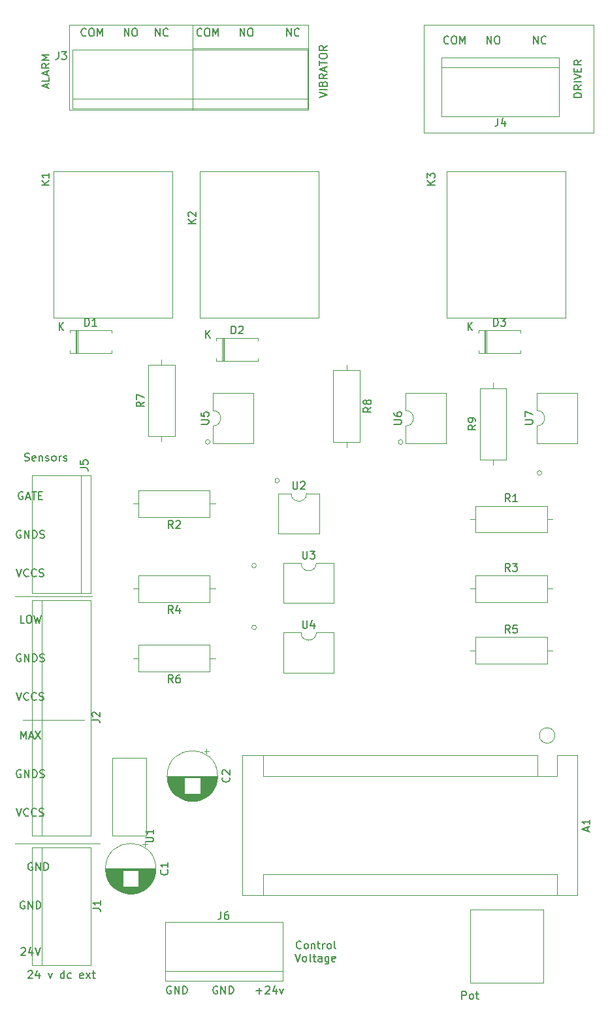
<source format=gto>
G04 #@! TF.GenerationSoftware,KiCad,Pcbnew,(5.1.5)-3*
G04 #@! TF.CreationDate,2019-12-23T19:31:05-05:00*
G04 #@! TF.ProjectId,control_digital,636f6e74-726f-46c5-9f64-69676974616c,rev?*
G04 #@! TF.SameCoordinates,Original*
G04 #@! TF.FileFunction,Legend,Top*
G04 #@! TF.FilePolarity,Positive*
%FSLAX46Y46*%
G04 Gerber Fmt 4.6, Leading zero omitted, Abs format (unit mm)*
G04 Created by KiCad (PCBNEW (5.1.5)-3) date 2019-12-23 19:31:05*
%MOMM*%
%LPD*%
G04 APERTURE LIST*
%ADD10C,0.150000*%
%ADD11C,0.120000*%
G04 APERTURE END LIST*
D10*
X34238095Y-140500000D02*
X34142857Y-140452380D01*
X34000000Y-140452380D01*
X33857142Y-140500000D01*
X33761904Y-140595238D01*
X33714285Y-140690476D01*
X33666666Y-140880952D01*
X33666666Y-141023809D01*
X33714285Y-141214285D01*
X33761904Y-141309523D01*
X33857142Y-141404761D01*
X34000000Y-141452380D01*
X34095238Y-141452380D01*
X34238095Y-141404761D01*
X34285714Y-141357142D01*
X34285714Y-141023809D01*
X34095238Y-141023809D01*
X34714285Y-141452380D02*
X34714285Y-140452380D01*
X35285714Y-141452380D01*
X35285714Y-140452380D01*
X35761904Y-141452380D02*
X35761904Y-140452380D01*
X36000000Y-140452380D01*
X36142857Y-140500000D01*
X36238095Y-140595238D01*
X36285714Y-140690476D01*
X36333333Y-140880952D01*
X36333333Y-141023809D01*
X36285714Y-141214285D01*
X36238095Y-141309523D01*
X36142857Y-141404761D01*
X36000000Y-141452380D01*
X35761904Y-141452380D01*
X40238095Y-140500000D02*
X40142857Y-140452380D01*
X40000000Y-140452380D01*
X39857142Y-140500000D01*
X39761904Y-140595238D01*
X39714285Y-140690476D01*
X39666666Y-140880952D01*
X39666666Y-141023809D01*
X39714285Y-141214285D01*
X39761904Y-141309523D01*
X39857142Y-141404761D01*
X40000000Y-141452380D01*
X40095238Y-141452380D01*
X40238095Y-141404761D01*
X40285714Y-141357142D01*
X40285714Y-141023809D01*
X40095238Y-141023809D01*
X40714285Y-141452380D02*
X40714285Y-140452380D01*
X41285714Y-141452380D01*
X41285714Y-140452380D01*
X41761904Y-141452380D02*
X41761904Y-140452380D01*
X42000000Y-140452380D01*
X42142857Y-140500000D01*
X42238095Y-140595238D01*
X42285714Y-140690476D01*
X42333333Y-140880952D01*
X42333333Y-141023809D01*
X42285714Y-141214285D01*
X42238095Y-141309523D01*
X42142857Y-141404761D01*
X42000000Y-141452380D01*
X41761904Y-141452380D01*
X45285714Y-141071428D02*
X46047619Y-141071428D01*
X45666666Y-141452380D02*
X45666666Y-140690476D01*
X46476190Y-140547619D02*
X46523809Y-140500000D01*
X46619047Y-140452380D01*
X46857142Y-140452380D01*
X46952380Y-140500000D01*
X47000000Y-140547619D01*
X47047619Y-140642857D01*
X47047619Y-140738095D01*
X47000000Y-140880952D01*
X46428571Y-141452380D01*
X47047619Y-141452380D01*
X47904761Y-140785714D02*
X47904761Y-141452380D01*
X47666666Y-140404761D02*
X47428571Y-141119047D01*
X48047619Y-141119047D01*
X48333333Y-140785714D02*
X48571428Y-141452380D01*
X48809523Y-140785714D01*
X51095238Y-135532142D02*
X51047619Y-135579761D01*
X50904761Y-135627380D01*
X50809523Y-135627380D01*
X50666666Y-135579761D01*
X50571428Y-135484523D01*
X50523809Y-135389285D01*
X50476190Y-135198809D01*
X50476190Y-135055952D01*
X50523809Y-134865476D01*
X50571428Y-134770238D01*
X50666666Y-134675000D01*
X50809523Y-134627380D01*
X50904761Y-134627380D01*
X51047619Y-134675000D01*
X51095238Y-134722619D01*
X51666666Y-135627380D02*
X51571428Y-135579761D01*
X51523809Y-135532142D01*
X51476190Y-135436904D01*
X51476190Y-135151190D01*
X51523809Y-135055952D01*
X51571428Y-135008333D01*
X51666666Y-134960714D01*
X51809523Y-134960714D01*
X51904761Y-135008333D01*
X51952380Y-135055952D01*
X52000000Y-135151190D01*
X52000000Y-135436904D01*
X51952380Y-135532142D01*
X51904761Y-135579761D01*
X51809523Y-135627380D01*
X51666666Y-135627380D01*
X52428571Y-134960714D02*
X52428571Y-135627380D01*
X52428571Y-135055952D02*
X52476190Y-135008333D01*
X52571428Y-134960714D01*
X52714285Y-134960714D01*
X52809523Y-135008333D01*
X52857142Y-135103571D01*
X52857142Y-135627380D01*
X53190476Y-134960714D02*
X53571428Y-134960714D01*
X53333333Y-134627380D02*
X53333333Y-135484523D01*
X53380952Y-135579761D01*
X53476190Y-135627380D01*
X53571428Y-135627380D01*
X53904761Y-135627380D02*
X53904761Y-134960714D01*
X53904761Y-135151190D02*
X53952380Y-135055952D01*
X54000000Y-135008333D01*
X54095238Y-134960714D01*
X54190476Y-134960714D01*
X54666666Y-135627380D02*
X54571428Y-135579761D01*
X54523809Y-135532142D01*
X54476190Y-135436904D01*
X54476190Y-135151190D01*
X54523809Y-135055952D01*
X54571428Y-135008333D01*
X54666666Y-134960714D01*
X54809523Y-134960714D01*
X54904761Y-135008333D01*
X54952380Y-135055952D01*
X55000000Y-135151190D01*
X55000000Y-135436904D01*
X54952380Y-135532142D01*
X54904761Y-135579761D01*
X54809523Y-135627380D01*
X54666666Y-135627380D01*
X55571428Y-135627380D02*
X55476190Y-135579761D01*
X55428571Y-135484523D01*
X55428571Y-134627380D01*
X50333333Y-136277380D02*
X50666666Y-137277380D01*
X51000000Y-136277380D01*
X51476190Y-137277380D02*
X51380952Y-137229761D01*
X51333333Y-137182142D01*
X51285714Y-137086904D01*
X51285714Y-136801190D01*
X51333333Y-136705952D01*
X51380952Y-136658333D01*
X51476190Y-136610714D01*
X51619047Y-136610714D01*
X51714285Y-136658333D01*
X51761904Y-136705952D01*
X51809523Y-136801190D01*
X51809523Y-137086904D01*
X51761904Y-137182142D01*
X51714285Y-137229761D01*
X51619047Y-137277380D01*
X51476190Y-137277380D01*
X52380952Y-137277380D02*
X52285714Y-137229761D01*
X52238095Y-137134523D01*
X52238095Y-136277380D01*
X52619047Y-136610714D02*
X53000000Y-136610714D01*
X52761904Y-136277380D02*
X52761904Y-137134523D01*
X52809523Y-137229761D01*
X52904761Y-137277380D01*
X53000000Y-137277380D01*
X53761904Y-137277380D02*
X53761904Y-136753571D01*
X53714285Y-136658333D01*
X53619047Y-136610714D01*
X53428571Y-136610714D01*
X53333333Y-136658333D01*
X53761904Y-137229761D02*
X53666666Y-137277380D01*
X53428571Y-137277380D01*
X53333333Y-137229761D01*
X53285714Y-137134523D01*
X53285714Y-137039285D01*
X53333333Y-136944047D01*
X53428571Y-136896428D01*
X53666666Y-136896428D01*
X53761904Y-136848809D01*
X54666666Y-136610714D02*
X54666666Y-137420238D01*
X54619047Y-137515476D01*
X54571428Y-137563095D01*
X54476190Y-137610714D01*
X54333333Y-137610714D01*
X54238095Y-137563095D01*
X54666666Y-137229761D02*
X54571428Y-137277380D01*
X54380952Y-137277380D01*
X54285714Y-137229761D01*
X54238095Y-137182142D01*
X54190476Y-137086904D01*
X54190476Y-136801190D01*
X54238095Y-136705952D01*
X54285714Y-136658333D01*
X54380952Y-136610714D01*
X54571428Y-136610714D01*
X54666666Y-136658333D01*
X55523809Y-137229761D02*
X55428571Y-137277380D01*
X55238095Y-137277380D01*
X55142857Y-137229761D01*
X55095238Y-137134523D01*
X55095238Y-136753571D01*
X55142857Y-136658333D01*
X55238095Y-136610714D01*
X55428571Y-136610714D01*
X55523809Y-136658333D01*
X55571428Y-136753571D01*
X55571428Y-136848809D01*
X55095238Y-136944047D01*
D11*
X45300000Y-94000000D02*
G75*
G03X45300000Y-94000000I-300000J0D01*
G01*
X45300000Y-86000000D02*
G75*
G03X45300000Y-86000000I-300000J0D01*
G01*
X48300000Y-75000000D02*
G75*
G03X48300000Y-75000000I-300000J0D01*
G01*
X39300000Y-70000000D02*
G75*
G03X39300000Y-70000000I-300000J0D01*
G01*
X64300000Y-70000000D02*
G75*
G03X64300000Y-70000000I-300000J0D01*
G01*
X82300000Y-74000000D02*
G75*
G03X82300000Y-74000000I-300000J0D01*
G01*
X25000000Y-122000000D02*
X14000000Y-122000000D01*
X24000000Y-90000000D02*
X14000000Y-90000000D01*
D10*
X14190476Y-86452380D02*
X14523809Y-87452380D01*
X14857142Y-86452380D01*
X15761904Y-87357142D02*
X15714285Y-87404761D01*
X15571428Y-87452380D01*
X15476190Y-87452380D01*
X15333333Y-87404761D01*
X15238095Y-87309523D01*
X15190476Y-87214285D01*
X15142857Y-87023809D01*
X15142857Y-86880952D01*
X15190476Y-86690476D01*
X15238095Y-86595238D01*
X15333333Y-86500000D01*
X15476190Y-86452380D01*
X15571428Y-86452380D01*
X15714285Y-86500000D01*
X15761904Y-86547619D01*
X16761904Y-87357142D02*
X16714285Y-87404761D01*
X16571428Y-87452380D01*
X16476190Y-87452380D01*
X16333333Y-87404761D01*
X16238095Y-87309523D01*
X16190476Y-87214285D01*
X16142857Y-87023809D01*
X16142857Y-86880952D01*
X16190476Y-86690476D01*
X16238095Y-86595238D01*
X16333333Y-86500000D01*
X16476190Y-86452380D01*
X16571428Y-86452380D01*
X16714285Y-86500000D01*
X16761904Y-86547619D01*
X17142857Y-87404761D02*
X17285714Y-87452380D01*
X17523809Y-87452380D01*
X17619047Y-87404761D01*
X17666666Y-87357142D01*
X17714285Y-87261904D01*
X17714285Y-87166666D01*
X17666666Y-87071428D01*
X17619047Y-87023809D01*
X17523809Y-86976190D01*
X17333333Y-86928571D01*
X17238095Y-86880952D01*
X17190476Y-86833333D01*
X17142857Y-86738095D01*
X17142857Y-86642857D01*
X17190476Y-86547619D01*
X17238095Y-86500000D01*
X17333333Y-86452380D01*
X17571428Y-86452380D01*
X17714285Y-86500000D01*
X14190476Y-102452380D02*
X14523809Y-103452380D01*
X14857142Y-102452380D01*
X15761904Y-103357142D02*
X15714285Y-103404761D01*
X15571428Y-103452380D01*
X15476190Y-103452380D01*
X15333333Y-103404761D01*
X15238095Y-103309523D01*
X15190476Y-103214285D01*
X15142857Y-103023809D01*
X15142857Y-102880952D01*
X15190476Y-102690476D01*
X15238095Y-102595238D01*
X15333333Y-102500000D01*
X15476190Y-102452380D01*
X15571428Y-102452380D01*
X15714285Y-102500000D01*
X15761904Y-102547619D01*
X16761904Y-103357142D02*
X16714285Y-103404761D01*
X16571428Y-103452380D01*
X16476190Y-103452380D01*
X16333333Y-103404761D01*
X16238095Y-103309523D01*
X16190476Y-103214285D01*
X16142857Y-103023809D01*
X16142857Y-102880952D01*
X16190476Y-102690476D01*
X16238095Y-102595238D01*
X16333333Y-102500000D01*
X16476190Y-102452380D01*
X16571428Y-102452380D01*
X16714285Y-102500000D01*
X16761904Y-102547619D01*
X17142857Y-103404761D02*
X17285714Y-103452380D01*
X17523809Y-103452380D01*
X17619047Y-103404761D01*
X17666666Y-103357142D01*
X17714285Y-103261904D01*
X17714285Y-103166666D01*
X17666666Y-103071428D01*
X17619047Y-103023809D01*
X17523809Y-102976190D01*
X17333333Y-102928571D01*
X17238095Y-102880952D01*
X17190476Y-102833333D01*
X17142857Y-102738095D01*
X17142857Y-102642857D01*
X17190476Y-102547619D01*
X17238095Y-102500000D01*
X17333333Y-102452380D01*
X17571428Y-102452380D01*
X17714285Y-102500000D01*
X14190476Y-117452380D02*
X14523809Y-118452380D01*
X14857142Y-117452380D01*
X15761904Y-118357142D02*
X15714285Y-118404761D01*
X15571428Y-118452380D01*
X15476190Y-118452380D01*
X15333333Y-118404761D01*
X15238095Y-118309523D01*
X15190476Y-118214285D01*
X15142857Y-118023809D01*
X15142857Y-117880952D01*
X15190476Y-117690476D01*
X15238095Y-117595238D01*
X15333333Y-117500000D01*
X15476190Y-117452380D01*
X15571428Y-117452380D01*
X15714285Y-117500000D01*
X15761904Y-117547619D01*
X16761904Y-118357142D02*
X16714285Y-118404761D01*
X16571428Y-118452380D01*
X16476190Y-118452380D01*
X16333333Y-118404761D01*
X16238095Y-118309523D01*
X16190476Y-118214285D01*
X16142857Y-118023809D01*
X16142857Y-117880952D01*
X16190476Y-117690476D01*
X16238095Y-117595238D01*
X16333333Y-117500000D01*
X16476190Y-117452380D01*
X16571428Y-117452380D01*
X16714285Y-117500000D01*
X16761904Y-117547619D01*
X17142857Y-118404761D02*
X17285714Y-118452380D01*
X17523809Y-118452380D01*
X17619047Y-118404761D01*
X17666666Y-118357142D01*
X17714285Y-118261904D01*
X17714285Y-118166666D01*
X17666666Y-118071428D01*
X17619047Y-118023809D01*
X17523809Y-117976190D01*
X17333333Y-117928571D01*
X17238095Y-117880952D01*
X17190476Y-117833333D01*
X17142857Y-117738095D01*
X17142857Y-117642857D01*
X17190476Y-117547619D01*
X17238095Y-117500000D01*
X17333333Y-117452380D01*
X17571428Y-117452380D01*
X17714285Y-117500000D01*
X14761904Y-81500000D02*
X14666666Y-81452380D01*
X14523809Y-81452380D01*
X14380952Y-81500000D01*
X14285714Y-81595238D01*
X14238095Y-81690476D01*
X14190476Y-81880952D01*
X14190476Y-82023809D01*
X14238095Y-82214285D01*
X14285714Y-82309523D01*
X14380952Y-82404761D01*
X14523809Y-82452380D01*
X14619047Y-82452380D01*
X14761904Y-82404761D01*
X14809523Y-82357142D01*
X14809523Y-82023809D01*
X14619047Y-82023809D01*
X15238095Y-82452380D02*
X15238095Y-81452380D01*
X15809523Y-82452380D01*
X15809523Y-81452380D01*
X16285714Y-82452380D02*
X16285714Y-81452380D01*
X16523809Y-81452380D01*
X16666666Y-81500000D01*
X16761904Y-81595238D01*
X16809523Y-81690476D01*
X16857142Y-81880952D01*
X16857142Y-82023809D01*
X16809523Y-82214285D01*
X16761904Y-82309523D01*
X16666666Y-82404761D01*
X16523809Y-82452380D01*
X16285714Y-82452380D01*
X17238095Y-82404761D02*
X17380952Y-82452380D01*
X17619047Y-82452380D01*
X17714285Y-82404761D01*
X17761904Y-82357142D01*
X17809523Y-82261904D01*
X17809523Y-82166666D01*
X17761904Y-82071428D01*
X17714285Y-82023809D01*
X17619047Y-81976190D01*
X17428571Y-81928571D01*
X17333333Y-81880952D01*
X17285714Y-81833333D01*
X17238095Y-81738095D01*
X17238095Y-81642857D01*
X17285714Y-81547619D01*
X17333333Y-81500000D01*
X17428571Y-81452380D01*
X17666666Y-81452380D01*
X17809523Y-81500000D01*
X14761904Y-97500000D02*
X14666666Y-97452380D01*
X14523809Y-97452380D01*
X14380952Y-97500000D01*
X14285714Y-97595238D01*
X14238095Y-97690476D01*
X14190476Y-97880952D01*
X14190476Y-98023809D01*
X14238095Y-98214285D01*
X14285714Y-98309523D01*
X14380952Y-98404761D01*
X14523809Y-98452380D01*
X14619047Y-98452380D01*
X14761904Y-98404761D01*
X14809523Y-98357142D01*
X14809523Y-98023809D01*
X14619047Y-98023809D01*
X15238095Y-98452380D02*
X15238095Y-97452380D01*
X15809523Y-98452380D01*
X15809523Y-97452380D01*
X16285714Y-98452380D02*
X16285714Y-97452380D01*
X16523809Y-97452380D01*
X16666666Y-97500000D01*
X16761904Y-97595238D01*
X16809523Y-97690476D01*
X16857142Y-97880952D01*
X16857142Y-98023809D01*
X16809523Y-98214285D01*
X16761904Y-98309523D01*
X16666666Y-98404761D01*
X16523809Y-98452380D01*
X16285714Y-98452380D01*
X17238095Y-98404761D02*
X17380952Y-98452380D01*
X17619047Y-98452380D01*
X17714285Y-98404761D01*
X17761904Y-98357142D01*
X17809523Y-98261904D01*
X17809523Y-98166666D01*
X17761904Y-98071428D01*
X17714285Y-98023809D01*
X17619047Y-97976190D01*
X17428571Y-97928571D01*
X17333333Y-97880952D01*
X17285714Y-97833333D01*
X17238095Y-97738095D01*
X17238095Y-97642857D01*
X17285714Y-97547619D01*
X17333333Y-97500000D01*
X17428571Y-97452380D01*
X17666666Y-97452380D01*
X17809523Y-97500000D01*
X14761904Y-112500000D02*
X14666666Y-112452380D01*
X14523809Y-112452380D01*
X14380952Y-112500000D01*
X14285714Y-112595238D01*
X14238095Y-112690476D01*
X14190476Y-112880952D01*
X14190476Y-113023809D01*
X14238095Y-113214285D01*
X14285714Y-113309523D01*
X14380952Y-113404761D01*
X14523809Y-113452380D01*
X14619047Y-113452380D01*
X14761904Y-113404761D01*
X14809523Y-113357142D01*
X14809523Y-113023809D01*
X14619047Y-113023809D01*
X15238095Y-113452380D02*
X15238095Y-112452380D01*
X15809523Y-113452380D01*
X15809523Y-112452380D01*
X16285714Y-113452380D02*
X16285714Y-112452380D01*
X16523809Y-112452380D01*
X16666666Y-112500000D01*
X16761904Y-112595238D01*
X16809523Y-112690476D01*
X16857142Y-112880952D01*
X16857142Y-113023809D01*
X16809523Y-113214285D01*
X16761904Y-113309523D01*
X16666666Y-113404761D01*
X16523809Y-113452380D01*
X16285714Y-113452380D01*
X17238095Y-113404761D02*
X17380952Y-113452380D01*
X17619047Y-113452380D01*
X17714285Y-113404761D01*
X17761904Y-113357142D01*
X17809523Y-113261904D01*
X17809523Y-113166666D01*
X17761904Y-113071428D01*
X17714285Y-113023809D01*
X17619047Y-112976190D01*
X17428571Y-112928571D01*
X17333333Y-112880952D01*
X17285714Y-112833333D01*
X17238095Y-112738095D01*
X17238095Y-112642857D01*
X17285714Y-112547619D01*
X17333333Y-112500000D01*
X17428571Y-112452380D01*
X17666666Y-112452380D01*
X17809523Y-112500000D01*
D11*
X15000000Y-106000000D02*
X23000000Y-106000000D01*
X67000000Y-30000000D02*
X67000000Y-28000000D01*
X89000000Y-30000000D02*
X67000000Y-30000000D01*
X89000000Y-16000000D02*
X89000000Y-30000000D01*
X67000000Y-16000000D02*
X89000000Y-16000000D01*
X67000000Y-29000000D02*
X67000000Y-16000000D01*
X37000000Y-16000000D02*
X37000000Y-27000000D01*
X52000000Y-27000000D02*
X52000000Y-16000000D01*
X21000000Y-27000000D02*
X52000000Y-27000000D01*
X21000000Y-16000000D02*
X21000000Y-27000000D01*
X52000000Y-16000000D02*
X21000000Y-16000000D01*
X52000000Y-27000000D02*
X52000000Y-16000000D01*
D10*
X87452380Y-25380952D02*
X86452380Y-25380952D01*
X86452380Y-25142857D01*
X86500000Y-25000000D01*
X86595238Y-24904761D01*
X86690476Y-24857142D01*
X86880952Y-24809523D01*
X87023809Y-24809523D01*
X87214285Y-24857142D01*
X87309523Y-24904761D01*
X87404761Y-25000000D01*
X87452380Y-25142857D01*
X87452380Y-25380952D01*
X87452380Y-23809523D02*
X86976190Y-24142857D01*
X87452380Y-24380952D02*
X86452380Y-24380952D01*
X86452380Y-24000000D01*
X86500000Y-23904761D01*
X86547619Y-23857142D01*
X86642857Y-23809523D01*
X86785714Y-23809523D01*
X86880952Y-23857142D01*
X86928571Y-23904761D01*
X86976190Y-24000000D01*
X86976190Y-24380952D01*
X87452380Y-23380952D02*
X86452380Y-23380952D01*
X86452380Y-23047619D02*
X87452380Y-22714285D01*
X86452380Y-22380952D01*
X86928571Y-22047619D02*
X86928571Y-21714285D01*
X87452380Y-21571428D02*
X87452380Y-22047619D01*
X86452380Y-22047619D01*
X86452380Y-21571428D01*
X87452380Y-20571428D02*
X86976190Y-20904761D01*
X87452380Y-21142857D02*
X86452380Y-21142857D01*
X86452380Y-20761904D01*
X86500000Y-20666666D01*
X86547619Y-20619047D01*
X86642857Y-20571428D01*
X86785714Y-20571428D01*
X86880952Y-20619047D01*
X86928571Y-20666666D01*
X86976190Y-20761904D01*
X86976190Y-21142857D01*
X15000000Y-76500000D02*
X14904761Y-76452380D01*
X14761904Y-76452380D01*
X14619047Y-76500000D01*
X14523809Y-76595238D01*
X14476190Y-76690476D01*
X14428571Y-76880952D01*
X14428571Y-77023809D01*
X14476190Y-77214285D01*
X14523809Y-77309523D01*
X14619047Y-77404761D01*
X14761904Y-77452380D01*
X14857142Y-77452380D01*
X15000000Y-77404761D01*
X15047619Y-77357142D01*
X15047619Y-77023809D01*
X14857142Y-77023809D01*
X15428571Y-77166666D02*
X15904761Y-77166666D01*
X15333333Y-77452380D02*
X15666666Y-76452380D01*
X16000000Y-77452380D01*
X16190476Y-76452380D02*
X16761904Y-76452380D01*
X16476190Y-77452380D02*
X16476190Y-76452380D01*
X17095238Y-76928571D02*
X17428571Y-76928571D01*
X17571428Y-77452380D02*
X17095238Y-77452380D01*
X17095238Y-76452380D01*
X17571428Y-76452380D01*
X15214285Y-93452380D02*
X14738095Y-93452380D01*
X14738095Y-92452380D01*
X15738095Y-92452380D02*
X15928571Y-92452380D01*
X16023809Y-92500000D01*
X16119047Y-92595238D01*
X16166666Y-92785714D01*
X16166666Y-93119047D01*
X16119047Y-93309523D01*
X16023809Y-93404761D01*
X15928571Y-93452380D01*
X15738095Y-93452380D01*
X15642857Y-93404761D01*
X15547619Y-93309523D01*
X15500000Y-93119047D01*
X15500000Y-92785714D01*
X15547619Y-92595238D01*
X15642857Y-92500000D01*
X15738095Y-92452380D01*
X16500000Y-92452380D02*
X16738095Y-93452380D01*
X16928571Y-92738095D01*
X17119047Y-93452380D01*
X17357142Y-92452380D01*
X14761904Y-108452380D02*
X14761904Y-107452380D01*
X15095238Y-108166666D01*
X15428571Y-107452380D01*
X15428571Y-108452380D01*
X15857142Y-108166666D02*
X16333333Y-108166666D01*
X15761904Y-108452380D02*
X16095238Y-107452380D01*
X16428571Y-108452380D01*
X16666666Y-107452380D02*
X17333333Y-108452380D01*
X17333333Y-107452380D02*
X16666666Y-108452380D01*
X16238095Y-124500000D02*
X16142857Y-124452380D01*
X16000000Y-124452380D01*
X15857142Y-124500000D01*
X15761904Y-124595238D01*
X15714285Y-124690476D01*
X15666666Y-124880952D01*
X15666666Y-125023809D01*
X15714285Y-125214285D01*
X15761904Y-125309523D01*
X15857142Y-125404761D01*
X16000000Y-125452380D01*
X16095238Y-125452380D01*
X16238095Y-125404761D01*
X16285714Y-125357142D01*
X16285714Y-125023809D01*
X16095238Y-125023809D01*
X16714285Y-125452380D02*
X16714285Y-124452380D01*
X17285714Y-125452380D01*
X17285714Y-124452380D01*
X17761904Y-125452380D02*
X17761904Y-124452380D01*
X18000000Y-124452380D01*
X18142857Y-124500000D01*
X18238095Y-124595238D01*
X18285714Y-124690476D01*
X18333333Y-124880952D01*
X18333333Y-125023809D01*
X18285714Y-125214285D01*
X18238095Y-125309523D01*
X18142857Y-125404761D01*
X18000000Y-125452380D01*
X17761904Y-125452380D01*
X15238095Y-129500000D02*
X15142857Y-129452380D01*
X15000000Y-129452380D01*
X14857142Y-129500000D01*
X14761904Y-129595238D01*
X14714285Y-129690476D01*
X14666666Y-129880952D01*
X14666666Y-130023809D01*
X14714285Y-130214285D01*
X14761904Y-130309523D01*
X14857142Y-130404761D01*
X15000000Y-130452380D01*
X15095238Y-130452380D01*
X15238095Y-130404761D01*
X15285714Y-130357142D01*
X15285714Y-130023809D01*
X15095238Y-130023809D01*
X15714285Y-130452380D02*
X15714285Y-129452380D01*
X16285714Y-130452380D01*
X16285714Y-129452380D01*
X16761904Y-130452380D02*
X16761904Y-129452380D01*
X17000000Y-129452380D01*
X17142857Y-129500000D01*
X17238095Y-129595238D01*
X17285714Y-129690476D01*
X17333333Y-129880952D01*
X17333333Y-130023809D01*
X17285714Y-130214285D01*
X17238095Y-130309523D01*
X17142857Y-130404761D01*
X17000000Y-130452380D01*
X16761904Y-130452380D01*
X14809523Y-135547619D02*
X14857142Y-135500000D01*
X14952380Y-135452380D01*
X15190476Y-135452380D01*
X15285714Y-135500000D01*
X15333333Y-135547619D01*
X15380952Y-135642857D01*
X15380952Y-135738095D01*
X15333333Y-135880952D01*
X14761904Y-136452380D01*
X15380952Y-136452380D01*
X16238095Y-135785714D02*
X16238095Y-136452380D01*
X16000000Y-135404761D02*
X15761904Y-136119047D01*
X16380952Y-136119047D01*
X16619047Y-135452380D02*
X16952380Y-136452380D01*
X17285714Y-135452380D01*
X18166666Y-24142857D02*
X18166666Y-23666666D01*
X18452380Y-24238095D02*
X17452380Y-23904761D01*
X18452380Y-23571428D01*
X18452380Y-22761904D02*
X18452380Y-23238095D01*
X17452380Y-23238095D01*
X18166666Y-22476190D02*
X18166666Y-22000000D01*
X18452380Y-22571428D02*
X17452380Y-22238095D01*
X18452380Y-21904761D01*
X18452380Y-21000000D02*
X17976190Y-21333333D01*
X18452380Y-21571428D02*
X17452380Y-21571428D01*
X17452380Y-21190476D01*
X17500000Y-21095238D01*
X17547619Y-21047619D01*
X17642857Y-21000000D01*
X17785714Y-21000000D01*
X17880952Y-21047619D01*
X17928571Y-21095238D01*
X17976190Y-21190476D01*
X17976190Y-21571428D01*
X18452380Y-20571428D02*
X17452380Y-20571428D01*
X18166666Y-20238095D01*
X17452380Y-19904761D01*
X18452380Y-19904761D01*
X53452380Y-25404761D02*
X54452380Y-25071428D01*
X53452380Y-24738095D01*
X54452380Y-24404761D02*
X53452380Y-24404761D01*
X53928571Y-23595238D02*
X53976190Y-23452380D01*
X54023809Y-23404761D01*
X54119047Y-23357142D01*
X54261904Y-23357142D01*
X54357142Y-23404761D01*
X54404761Y-23452380D01*
X54452380Y-23547619D01*
X54452380Y-23928571D01*
X53452380Y-23928571D01*
X53452380Y-23595238D01*
X53500000Y-23500000D01*
X53547619Y-23452380D01*
X53642857Y-23404761D01*
X53738095Y-23404761D01*
X53833333Y-23452380D01*
X53880952Y-23500000D01*
X53928571Y-23595238D01*
X53928571Y-23928571D01*
X54452380Y-22357142D02*
X53976190Y-22690476D01*
X54452380Y-22928571D02*
X53452380Y-22928571D01*
X53452380Y-22547619D01*
X53500000Y-22452380D01*
X53547619Y-22404761D01*
X53642857Y-22357142D01*
X53785714Y-22357142D01*
X53880952Y-22404761D01*
X53928571Y-22452380D01*
X53976190Y-22547619D01*
X53976190Y-22928571D01*
X54166666Y-21976190D02*
X54166666Y-21500000D01*
X54452380Y-22071428D02*
X53452380Y-21738095D01*
X54452380Y-21404761D01*
X53452380Y-21214285D02*
X53452380Y-20642857D01*
X54452380Y-20928571D02*
X53452380Y-20928571D01*
X53452380Y-20119047D02*
X53452380Y-19928571D01*
X53500000Y-19833333D01*
X53595238Y-19738095D01*
X53785714Y-19690476D01*
X54119047Y-19690476D01*
X54309523Y-19738095D01*
X54404761Y-19833333D01*
X54452380Y-19928571D01*
X54452380Y-20119047D01*
X54404761Y-20214285D01*
X54309523Y-20309523D01*
X54119047Y-20357142D01*
X53785714Y-20357142D01*
X53595238Y-20309523D01*
X53500000Y-20214285D01*
X53452380Y-20119047D01*
X54452380Y-18690476D02*
X53976190Y-19023809D01*
X54452380Y-19261904D02*
X53452380Y-19261904D01*
X53452380Y-18880952D01*
X53500000Y-18785714D01*
X53547619Y-18738095D01*
X53642857Y-18690476D01*
X53785714Y-18690476D01*
X53880952Y-18738095D01*
X53928571Y-18785714D01*
X53976190Y-18880952D01*
X53976190Y-19261904D01*
D11*
X37000000Y-16000000D02*
X37000000Y-17000000D01*
X52000000Y-16000000D02*
X37000000Y-16000000D01*
X52000000Y-19000000D02*
X52000000Y-16000000D01*
X37000000Y-19000000D02*
X52000000Y-19000000D01*
X37000000Y-17000000D02*
X37000000Y-19000000D01*
D10*
X32214285Y-17452380D02*
X32214285Y-16452380D01*
X32785714Y-17452380D01*
X32785714Y-16452380D01*
X33833333Y-17357142D02*
X33785714Y-17404761D01*
X33642857Y-17452380D01*
X33547619Y-17452380D01*
X33404761Y-17404761D01*
X33309523Y-17309523D01*
X33261904Y-17214285D01*
X33214285Y-17023809D01*
X33214285Y-16880952D01*
X33261904Y-16690476D01*
X33309523Y-16595238D01*
X33404761Y-16500000D01*
X33547619Y-16452380D01*
X33642857Y-16452380D01*
X33785714Y-16500000D01*
X33833333Y-16547619D01*
X28190476Y-17452380D02*
X28190476Y-16452380D01*
X28761904Y-17452380D01*
X28761904Y-16452380D01*
X29428571Y-16452380D02*
X29619047Y-16452380D01*
X29714285Y-16500000D01*
X29809523Y-16595238D01*
X29857142Y-16785714D01*
X29857142Y-17119047D01*
X29809523Y-17309523D01*
X29714285Y-17404761D01*
X29619047Y-17452380D01*
X29428571Y-17452380D01*
X29333333Y-17404761D01*
X29238095Y-17309523D01*
X29190476Y-17119047D01*
X29190476Y-16785714D01*
X29238095Y-16595238D01*
X29333333Y-16500000D01*
X29428571Y-16452380D01*
X23214285Y-17357142D02*
X23166666Y-17404761D01*
X23023809Y-17452380D01*
X22928571Y-17452380D01*
X22785714Y-17404761D01*
X22690476Y-17309523D01*
X22642857Y-17214285D01*
X22595238Y-17023809D01*
X22595238Y-16880952D01*
X22642857Y-16690476D01*
X22690476Y-16595238D01*
X22785714Y-16500000D01*
X22928571Y-16452380D01*
X23023809Y-16452380D01*
X23166666Y-16500000D01*
X23214285Y-16547619D01*
X23833333Y-16452380D02*
X24023809Y-16452380D01*
X24119047Y-16500000D01*
X24214285Y-16595238D01*
X24261904Y-16785714D01*
X24261904Y-17119047D01*
X24214285Y-17309523D01*
X24119047Y-17404761D01*
X24023809Y-17452380D01*
X23833333Y-17452380D01*
X23738095Y-17404761D01*
X23642857Y-17309523D01*
X23595238Y-17119047D01*
X23595238Y-16785714D01*
X23642857Y-16595238D01*
X23738095Y-16500000D01*
X23833333Y-16452380D01*
X24690476Y-17452380D02*
X24690476Y-16452380D01*
X25023809Y-17166666D01*
X25357142Y-16452380D01*
X25357142Y-17452380D01*
X49214285Y-17452380D02*
X49214285Y-16452380D01*
X49785714Y-17452380D01*
X49785714Y-16452380D01*
X50833333Y-17357142D02*
X50785714Y-17404761D01*
X50642857Y-17452380D01*
X50547619Y-17452380D01*
X50404761Y-17404761D01*
X50309523Y-17309523D01*
X50261904Y-17214285D01*
X50214285Y-17023809D01*
X50214285Y-16880952D01*
X50261904Y-16690476D01*
X50309523Y-16595238D01*
X50404761Y-16500000D01*
X50547619Y-16452380D01*
X50642857Y-16452380D01*
X50785714Y-16500000D01*
X50833333Y-16547619D01*
X43190476Y-17452380D02*
X43190476Y-16452380D01*
X43761904Y-17452380D01*
X43761904Y-16452380D01*
X44428571Y-16452380D02*
X44619047Y-16452380D01*
X44714285Y-16500000D01*
X44809523Y-16595238D01*
X44857142Y-16785714D01*
X44857142Y-17119047D01*
X44809523Y-17309523D01*
X44714285Y-17404761D01*
X44619047Y-17452380D01*
X44428571Y-17452380D01*
X44333333Y-17404761D01*
X44238095Y-17309523D01*
X44190476Y-17119047D01*
X44190476Y-16785714D01*
X44238095Y-16595238D01*
X44333333Y-16500000D01*
X44428571Y-16452380D01*
X38214285Y-17357142D02*
X38166666Y-17404761D01*
X38023809Y-17452380D01*
X37928571Y-17452380D01*
X37785714Y-17404761D01*
X37690476Y-17309523D01*
X37642857Y-17214285D01*
X37595238Y-17023809D01*
X37595238Y-16880952D01*
X37642857Y-16690476D01*
X37690476Y-16595238D01*
X37785714Y-16500000D01*
X37928571Y-16452380D01*
X38023809Y-16452380D01*
X38166666Y-16500000D01*
X38214285Y-16547619D01*
X38833333Y-16452380D02*
X39023809Y-16452380D01*
X39119047Y-16500000D01*
X39214285Y-16595238D01*
X39261904Y-16785714D01*
X39261904Y-17119047D01*
X39214285Y-17309523D01*
X39119047Y-17404761D01*
X39023809Y-17452380D01*
X38833333Y-17452380D01*
X38738095Y-17404761D01*
X38642857Y-17309523D01*
X38595238Y-17119047D01*
X38595238Y-16785714D01*
X38642857Y-16595238D01*
X38738095Y-16500000D01*
X38833333Y-16452380D01*
X39690476Y-17452380D02*
X39690476Y-16452380D01*
X40023809Y-17166666D01*
X40357142Y-16452380D01*
X40357142Y-17452380D01*
X70214285Y-18357142D02*
X70166666Y-18404761D01*
X70023809Y-18452380D01*
X69928571Y-18452380D01*
X69785714Y-18404761D01*
X69690476Y-18309523D01*
X69642857Y-18214285D01*
X69595238Y-18023809D01*
X69595238Y-17880952D01*
X69642857Y-17690476D01*
X69690476Y-17595238D01*
X69785714Y-17500000D01*
X69928571Y-17452380D01*
X70023809Y-17452380D01*
X70166666Y-17500000D01*
X70214285Y-17547619D01*
X70833333Y-17452380D02*
X71023809Y-17452380D01*
X71119047Y-17500000D01*
X71214285Y-17595238D01*
X71261904Y-17785714D01*
X71261904Y-18119047D01*
X71214285Y-18309523D01*
X71119047Y-18404761D01*
X71023809Y-18452380D01*
X70833333Y-18452380D01*
X70738095Y-18404761D01*
X70642857Y-18309523D01*
X70595238Y-18119047D01*
X70595238Y-17785714D01*
X70642857Y-17595238D01*
X70738095Y-17500000D01*
X70833333Y-17452380D01*
X71690476Y-18452380D02*
X71690476Y-17452380D01*
X72023809Y-18166666D01*
X72357142Y-17452380D01*
X72357142Y-18452380D01*
X81214285Y-18452380D02*
X81214285Y-17452380D01*
X81785714Y-18452380D01*
X81785714Y-17452380D01*
X82833333Y-18357142D02*
X82785714Y-18404761D01*
X82642857Y-18452380D01*
X82547619Y-18452380D01*
X82404761Y-18404761D01*
X82309523Y-18309523D01*
X82261904Y-18214285D01*
X82214285Y-18023809D01*
X82214285Y-17880952D01*
X82261904Y-17690476D01*
X82309523Y-17595238D01*
X82404761Y-17500000D01*
X82547619Y-17452380D01*
X82642857Y-17452380D01*
X82785714Y-17500000D01*
X82833333Y-17547619D01*
X75190476Y-18452380D02*
X75190476Y-17452380D01*
X75761904Y-18452380D01*
X75761904Y-17452380D01*
X76428571Y-17452380D02*
X76619047Y-17452380D01*
X76714285Y-17500000D01*
X76809523Y-17595238D01*
X76857142Y-17785714D01*
X76857142Y-18119047D01*
X76809523Y-18309523D01*
X76714285Y-18404761D01*
X76619047Y-18452380D01*
X76428571Y-18452380D01*
X76333333Y-18404761D01*
X76238095Y-18309523D01*
X76190476Y-18119047D01*
X76190476Y-17785714D01*
X76238095Y-17595238D01*
X76333333Y-17500000D01*
X76428571Y-17452380D01*
D11*
X84000000Y-108000000D02*
G75*
G03X84000000Y-108000000I-1000000J0D01*
G01*
D10*
X15714285Y-138547619D02*
X15761904Y-138500000D01*
X15857142Y-138452380D01*
X16095238Y-138452380D01*
X16190476Y-138500000D01*
X16238095Y-138547619D01*
X16285714Y-138642857D01*
X16285714Y-138738095D01*
X16238095Y-138880952D01*
X15666666Y-139452380D01*
X16285714Y-139452380D01*
X17142857Y-138785714D02*
X17142857Y-139452380D01*
X16904761Y-138404761D02*
X16666666Y-139119047D01*
X17285714Y-139119047D01*
X18333333Y-138785714D02*
X18571428Y-139452380D01*
X18809523Y-138785714D01*
X20380952Y-139452380D02*
X20380952Y-138452380D01*
X20380952Y-139404761D02*
X20285714Y-139452380D01*
X20095238Y-139452380D01*
X20000000Y-139404761D01*
X19952380Y-139357142D01*
X19904761Y-139261904D01*
X19904761Y-138976190D01*
X19952380Y-138880952D01*
X20000000Y-138833333D01*
X20095238Y-138785714D01*
X20285714Y-138785714D01*
X20380952Y-138833333D01*
X21285714Y-139404761D02*
X21190476Y-139452380D01*
X21000000Y-139452380D01*
X20904761Y-139404761D01*
X20857142Y-139357142D01*
X20809523Y-139261904D01*
X20809523Y-138976190D01*
X20857142Y-138880952D01*
X20904761Y-138833333D01*
X21000000Y-138785714D01*
X21190476Y-138785714D01*
X21285714Y-138833333D01*
X22857142Y-139404761D02*
X22761904Y-139452380D01*
X22571428Y-139452380D01*
X22476190Y-139404761D01*
X22428571Y-139309523D01*
X22428571Y-138928571D01*
X22476190Y-138833333D01*
X22571428Y-138785714D01*
X22761904Y-138785714D01*
X22857142Y-138833333D01*
X22904761Y-138928571D01*
X22904761Y-139023809D01*
X22428571Y-139119047D01*
X23238095Y-139452380D02*
X23761904Y-138785714D01*
X23238095Y-138785714D02*
X23761904Y-139452380D01*
X24000000Y-138785714D02*
X24380952Y-138785714D01*
X24142857Y-138452380D02*
X24142857Y-139309523D01*
X24190476Y-139404761D01*
X24285714Y-139452380D01*
X24380952Y-139452380D01*
X15261904Y-72404761D02*
X15404761Y-72452380D01*
X15642857Y-72452380D01*
X15738095Y-72404761D01*
X15785714Y-72357142D01*
X15833333Y-72261904D01*
X15833333Y-72166666D01*
X15785714Y-72071428D01*
X15738095Y-72023809D01*
X15642857Y-71976190D01*
X15452380Y-71928571D01*
X15357142Y-71880952D01*
X15309523Y-71833333D01*
X15261904Y-71738095D01*
X15261904Y-71642857D01*
X15309523Y-71547619D01*
X15357142Y-71500000D01*
X15452380Y-71452380D01*
X15690476Y-71452380D01*
X15833333Y-71500000D01*
X16642857Y-72404761D02*
X16547619Y-72452380D01*
X16357142Y-72452380D01*
X16261904Y-72404761D01*
X16214285Y-72309523D01*
X16214285Y-71928571D01*
X16261904Y-71833333D01*
X16357142Y-71785714D01*
X16547619Y-71785714D01*
X16642857Y-71833333D01*
X16690476Y-71928571D01*
X16690476Y-72023809D01*
X16214285Y-72119047D01*
X17119047Y-71785714D02*
X17119047Y-72452380D01*
X17119047Y-71880952D02*
X17166666Y-71833333D01*
X17261904Y-71785714D01*
X17404761Y-71785714D01*
X17500000Y-71833333D01*
X17547619Y-71928571D01*
X17547619Y-72452380D01*
X17976190Y-72404761D02*
X18071428Y-72452380D01*
X18261904Y-72452380D01*
X18357142Y-72404761D01*
X18404761Y-72309523D01*
X18404761Y-72261904D01*
X18357142Y-72166666D01*
X18261904Y-72119047D01*
X18119047Y-72119047D01*
X18023809Y-72071428D01*
X17976190Y-71976190D01*
X17976190Y-71928571D01*
X18023809Y-71833333D01*
X18119047Y-71785714D01*
X18261904Y-71785714D01*
X18357142Y-71833333D01*
X18976190Y-72452380D02*
X18880952Y-72404761D01*
X18833333Y-72357142D01*
X18785714Y-72261904D01*
X18785714Y-71976190D01*
X18833333Y-71880952D01*
X18880952Y-71833333D01*
X18976190Y-71785714D01*
X19119047Y-71785714D01*
X19214285Y-71833333D01*
X19261904Y-71880952D01*
X19309523Y-71976190D01*
X19309523Y-72261904D01*
X19261904Y-72357142D01*
X19214285Y-72404761D01*
X19119047Y-72452380D01*
X18976190Y-72452380D01*
X19738095Y-72452380D02*
X19738095Y-71785714D01*
X19738095Y-71976190D02*
X19785714Y-71880952D01*
X19833333Y-71833333D01*
X19928571Y-71785714D01*
X20023809Y-71785714D01*
X20309523Y-72404761D02*
X20404761Y-72452380D01*
X20595238Y-72452380D01*
X20690476Y-72404761D01*
X20738095Y-72309523D01*
X20738095Y-72261904D01*
X20690476Y-72166666D01*
X20595238Y-72119047D01*
X20452380Y-72119047D01*
X20357142Y-72071428D01*
X20309523Y-71976190D01*
X20309523Y-71928571D01*
X20357142Y-71833333D01*
X20452380Y-71785714D01*
X20595238Y-71785714D01*
X20690476Y-71833333D01*
D11*
X23810000Y-90460000D02*
X16190000Y-90460000D01*
X16190000Y-120940000D02*
X23810000Y-120940000D01*
X17460000Y-90460000D02*
X17460000Y-120940000D01*
X23810000Y-90460000D02*
X23810000Y-120940000D01*
X16190000Y-90460000D02*
X16190000Y-120940000D01*
X39154000Y-110064759D02*
X38524000Y-110064759D01*
X38839000Y-109749759D02*
X38839000Y-110379759D01*
X37402000Y-116491000D02*
X36598000Y-116491000D01*
X37633000Y-116451000D02*
X36367000Y-116451000D01*
X37802000Y-116411000D02*
X36198000Y-116411000D01*
X37940000Y-116371000D02*
X36060000Y-116371000D01*
X38059000Y-116331000D02*
X35941000Y-116331000D01*
X38165000Y-116291000D02*
X35835000Y-116291000D01*
X38262000Y-116251000D02*
X35738000Y-116251000D01*
X38350000Y-116211000D02*
X35650000Y-116211000D01*
X38432000Y-116171000D02*
X35568000Y-116171000D01*
X38509000Y-116131000D02*
X35491000Y-116131000D01*
X38581000Y-116091000D02*
X35419000Y-116091000D01*
X38650000Y-116051000D02*
X35350000Y-116051000D01*
X38714000Y-116011000D02*
X35286000Y-116011000D01*
X38776000Y-115971000D02*
X35224000Y-115971000D01*
X38834000Y-115931000D02*
X35166000Y-115931000D01*
X38890000Y-115891000D02*
X35110000Y-115891000D01*
X38944000Y-115851000D02*
X35056000Y-115851000D01*
X38995000Y-115811000D02*
X35005000Y-115811000D01*
X39044000Y-115771000D02*
X34956000Y-115771000D01*
X39092000Y-115731000D02*
X34908000Y-115731000D01*
X39137000Y-115691000D02*
X34863000Y-115691000D01*
X39182000Y-115651000D02*
X34818000Y-115651000D01*
X39224000Y-115611000D02*
X34776000Y-115611000D01*
X39265000Y-115571000D02*
X34735000Y-115571000D01*
X35960000Y-115531000D02*
X34695000Y-115531000D01*
X39305000Y-115531000D02*
X38040000Y-115531000D01*
X35960000Y-115491000D02*
X34657000Y-115491000D01*
X39343000Y-115491000D02*
X38040000Y-115491000D01*
X35960000Y-115451000D02*
X34620000Y-115451000D01*
X39380000Y-115451000D02*
X38040000Y-115451000D01*
X35960000Y-115411000D02*
X34584000Y-115411000D01*
X39416000Y-115411000D02*
X38040000Y-115411000D01*
X35960000Y-115371000D02*
X34550000Y-115371000D01*
X39450000Y-115371000D02*
X38040000Y-115371000D01*
X35960000Y-115331000D02*
X34516000Y-115331000D01*
X39484000Y-115331000D02*
X38040000Y-115331000D01*
X35960000Y-115291000D02*
X34484000Y-115291000D01*
X39516000Y-115291000D02*
X38040000Y-115291000D01*
X35960000Y-115251000D02*
X34452000Y-115251000D01*
X39548000Y-115251000D02*
X38040000Y-115251000D01*
X35960000Y-115211000D02*
X34422000Y-115211000D01*
X39578000Y-115211000D02*
X38040000Y-115211000D01*
X35960000Y-115171000D02*
X34393000Y-115171000D01*
X39607000Y-115171000D02*
X38040000Y-115171000D01*
X35960000Y-115131000D02*
X34364000Y-115131000D01*
X39636000Y-115131000D02*
X38040000Y-115131000D01*
X35960000Y-115091000D02*
X34336000Y-115091000D01*
X39664000Y-115091000D02*
X38040000Y-115091000D01*
X35960000Y-115051000D02*
X34310000Y-115051000D01*
X39690000Y-115051000D02*
X38040000Y-115051000D01*
X35960000Y-115011000D02*
X34284000Y-115011000D01*
X39716000Y-115011000D02*
X38040000Y-115011000D01*
X35960000Y-114971000D02*
X34258000Y-114971000D01*
X39742000Y-114971000D02*
X38040000Y-114971000D01*
X35960000Y-114931000D02*
X34234000Y-114931000D01*
X39766000Y-114931000D02*
X38040000Y-114931000D01*
X35960000Y-114891000D02*
X34210000Y-114891000D01*
X39790000Y-114891000D02*
X38040000Y-114891000D01*
X35960000Y-114851000D02*
X34188000Y-114851000D01*
X39812000Y-114851000D02*
X38040000Y-114851000D01*
X35960000Y-114811000D02*
X34166000Y-114811000D01*
X39834000Y-114811000D02*
X38040000Y-114811000D01*
X35960000Y-114771000D02*
X34144000Y-114771000D01*
X39856000Y-114771000D02*
X38040000Y-114771000D01*
X35960000Y-114731000D02*
X34124000Y-114731000D01*
X39876000Y-114731000D02*
X38040000Y-114731000D01*
X35960000Y-114691000D02*
X34104000Y-114691000D01*
X39896000Y-114691000D02*
X38040000Y-114691000D01*
X35960000Y-114651000D02*
X34084000Y-114651000D01*
X39916000Y-114651000D02*
X38040000Y-114651000D01*
X35960000Y-114611000D02*
X34066000Y-114611000D01*
X39934000Y-114611000D02*
X38040000Y-114611000D01*
X35960000Y-114571000D02*
X34048000Y-114571000D01*
X39952000Y-114571000D02*
X38040000Y-114571000D01*
X35960000Y-114531000D02*
X34030000Y-114531000D01*
X39970000Y-114531000D02*
X38040000Y-114531000D01*
X35960000Y-114491000D02*
X34014000Y-114491000D01*
X39986000Y-114491000D02*
X38040000Y-114491000D01*
X35960000Y-114451000D02*
X33998000Y-114451000D01*
X40002000Y-114451000D02*
X38040000Y-114451000D01*
X35960000Y-114411000D02*
X33982000Y-114411000D01*
X40018000Y-114411000D02*
X38040000Y-114411000D01*
X35960000Y-114371000D02*
X33967000Y-114371000D01*
X40033000Y-114371000D02*
X38040000Y-114371000D01*
X35960000Y-114331000D02*
X33953000Y-114331000D01*
X40047000Y-114331000D02*
X38040000Y-114331000D01*
X35960000Y-114291000D02*
X33939000Y-114291000D01*
X40061000Y-114291000D02*
X38040000Y-114291000D01*
X35960000Y-114251000D02*
X33926000Y-114251000D01*
X40074000Y-114251000D02*
X38040000Y-114251000D01*
X35960000Y-114211000D02*
X33914000Y-114211000D01*
X40086000Y-114211000D02*
X38040000Y-114211000D01*
X35960000Y-114171000D02*
X33902000Y-114171000D01*
X40098000Y-114171000D02*
X38040000Y-114171000D01*
X35960000Y-114131000D02*
X33890000Y-114131000D01*
X40110000Y-114131000D02*
X38040000Y-114131000D01*
X35960000Y-114091000D02*
X33879000Y-114091000D01*
X40121000Y-114091000D02*
X38040000Y-114091000D01*
X35960000Y-114051000D02*
X33869000Y-114051000D01*
X40131000Y-114051000D02*
X38040000Y-114051000D01*
X35960000Y-114011000D02*
X33859000Y-114011000D01*
X40141000Y-114011000D02*
X38040000Y-114011000D01*
X35960000Y-113971000D02*
X33850000Y-113971000D01*
X40150000Y-113971000D02*
X38040000Y-113971000D01*
X35960000Y-113930000D02*
X33841000Y-113930000D01*
X40159000Y-113930000D02*
X38040000Y-113930000D01*
X35960000Y-113890000D02*
X33833000Y-113890000D01*
X40167000Y-113890000D02*
X38040000Y-113890000D01*
X35960000Y-113850000D02*
X33825000Y-113850000D01*
X40175000Y-113850000D02*
X38040000Y-113850000D01*
X35960000Y-113810000D02*
X33818000Y-113810000D01*
X40182000Y-113810000D02*
X38040000Y-113810000D01*
X35960000Y-113770000D02*
X33811000Y-113770000D01*
X40189000Y-113770000D02*
X38040000Y-113770000D01*
X35960000Y-113730000D02*
X33805000Y-113730000D01*
X40195000Y-113730000D02*
X38040000Y-113730000D01*
X35960000Y-113690000D02*
X33799000Y-113690000D01*
X40201000Y-113690000D02*
X38040000Y-113690000D01*
X35960000Y-113650000D02*
X33794000Y-113650000D01*
X40206000Y-113650000D02*
X38040000Y-113650000D01*
X35960000Y-113610000D02*
X33789000Y-113610000D01*
X40211000Y-113610000D02*
X38040000Y-113610000D01*
X35960000Y-113570000D02*
X33785000Y-113570000D01*
X40215000Y-113570000D02*
X38040000Y-113570000D01*
X35960000Y-113530000D02*
X33782000Y-113530000D01*
X40218000Y-113530000D02*
X38040000Y-113530000D01*
X35960000Y-113490000D02*
X33778000Y-113490000D01*
X40222000Y-113490000D02*
X38040000Y-113490000D01*
X40224000Y-113450000D02*
X33776000Y-113450000D01*
X40227000Y-113410000D02*
X33773000Y-113410000D01*
X40228000Y-113370000D02*
X33772000Y-113370000D01*
X40230000Y-113330000D02*
X33770000Y-113330000D01*
X40230000Y-113290000D02*
X33770000Y-113290000D01*
X40230000Y-113250000D02*
X33770000Y-113250000D01*
X40270000Y-113250000D02*
G75*
G03X40270000Y-113250000I-3270000J0D01*
G01*
X31154000Y-122064759D02*
X30524000Y-122064759D01*
X30839000Y-121749759D02*
X30839000Y-122379759D01*
X29402000Y-128491000D02*
X28598000Y-128491000D01*
X29633000Y-128451000D02*
X28367000Y-128451000D01*
X29802000Y-128411000D02*
X28198000Y-128411000D01*
X29940000Y-128371000D02*
X28060000Y-128371000D01*
X30059000Y-128331000D02*
X27941000Y-128331000D01*
X30165000Y-128291000D02*
X27835000Y-128291000D01*
X30262000Y-128251000D02*
X27738000Y-128251000D01*
X30350000Y-128211000D02*
X27650000Y-128211000D01*
X30432000Y-128171000D02*
X27568000Y-128171000D01*
X30509000Y-128131000D02*
X27491000Y-128131000D01*
X30581000Y-128091000D02*
X27419000Y-128091000D01*
X30650000Y-128051000D02*
X27350000Y-128051000D01*
X30714000Y-128011000D02*
X27286000Y-128011000D01*
X30776000Y-127971000D02*
X27224000Y-127971000D01*
X30834000Y-127931000D02*
X27166000Y-127931000D01*
X30890000Y-127891000D02*
X27110000Y-127891000D01*
X30944000Y-127851000D02*
X27056000Y-127851000D01*
X30995000Y-127811000D02*
X27005000Y-127811000D01*
X31044000Y-127771000D02*
X26956000Y-127771000D01*
X31092000Y-127731000D02*
X26908000Y-127731000D01*
X31137000Y-127691000D02*
X26863000Y-127691000D01*
X31182000Y-127651000D02*
X26818000Y-127651000D01*
X31224000Y-127611000D02*
X26776000Y-127611000D01*
X31265000Y-127571000D02*
X26735000Y-127571000D01*
X27960000Y-127531000D02*
X26695000Y-127531000D01*
X31305000Y-127531000D02*
X30040000Y-127531000D01*
X27960000Y-127491000D02*
X26657000Y-127491000D01*
X31343000Y-127491000D02*
X30040000Y-127491000D01*
X27960000Y-127451000D02*
X26620000Y-127451000D01*
X31380000Y-127451000D02*
X30040000Y-127451000D01*
X27960000Y-127411000D02*
X26584000Y-127411000D01*
X31416000Y-127411000D02*
X30040000Y-127411000D01*
X27960000Y-127371000D02*
X26550000Y-127371000D01*
X31450000Y-127371000D02*
X30040000Y-127371000D01*
X27960000Y-127331000D02*
X26516000Y-127331000D01*
X31484000Y-127331000D02*
X30040000Y-127331000D01*
X27960000Y-127291000D02*
X26484000Y-127291000D01*
X31516000Y-127291000D02*
X30040000Y-127291000D01*
X27960000Y-127251000D02*
X26452000Y-127251000D01*
X31548000Y-127251000D02*
X30040000Y-127251000D01*
X27960000Y-127211000D02*
X26422000Y-127211000D01*
X31578000Y-127211000D02*
X30040000Y-127211000D01*
X27960000Y-127171000D02*
X26393000Y-127171000D01*
X31607000Y-127171000D02*
X30040000Y-127171000D01*
X27960000Y-127131000D02*
X26364000Y-127131000D01*
X31636000Y-127131000D02*
X30040000Y-127131000D01*
X27960000Y-127091000D02*
X26336000Y-127091000D01*
X31664000Y-127091000D02*
X30040000Y-127091000D01*
X27960000Y-127051000D02*
X26310000Y-127051000D01*
X31690000Y-127051000D02*
X30040000Y-127051000D01*
X27960000Y-127011000D02*
X26284000Y-127011000D01*
X31716000Y-127011000D02*
X30040000Y-127011000D01*
X27960000Y-126971000D02*
X26258000Y-126971000D01*
X31742000Y-126971000D02*
X30040000Y-126971000D01*
X27960000Y-126931000D02*
X26234000Y-126931000D01*
X31766000Y-126931000D02*
X30040000Y-126931000D01*
X27960000Y-126891000D02*
X26210000Y-126891000D01*
X31790000Y-126891000D02*
X30040000Y-126891000D01*
X27960000Y-126851000D02*
X26188000Y-126851000D01*
X31812000Y-126851000D02*
X30040000Y-126851000D01*
X27960000Y-126811000D02*
X26166000Y-126811000D01*
X31834000Y-126811000D02*
X30040000Y-126811000D01*
X27960000Y-126771000D02*
X26144000Y-126771000D01*
X31856000Y-126771000D02*
X30040000Y-126771000D01*
X27960000Y-126731000D02*
X26124000Y-126731000D01*
X31876000Y-126731000D02*
X30040000Y-126731000D01*
X27960000Y-126691000D02*
X26104000Y-126691000D01*
X31896000Y-126691000D02*
X30040000Y-126691000D01*
X27960000Y-126651000D02*
X26084000Y-126651000D01*
X31916000Y-126651000D02*
X30040000Y-126651000D01*
X27960000Y-126611000D02*
X26066000Y-126611000D01*
X31934000Y-126611000D02*
X30040000Y-126611000D01*
X27960000Y-126571000D02*
X26048000Y-126571000D01*
X31952000Y-126571000D02*
X30040000Y-126571000D01*
X27960000Y-126531000D02*
X26030000Y-126531000D01*
X31970000Y-126531000D02*
X30040000Y-126531000D01*
X27960000Y-126491000D02*
X26014000Y-126491000D01*
X31986000Y-126491000D02*
X30040000Y-126491000D01*
X27960000Y-126451000D02*
X25998000Y-126451000D01*
X32002000Y-126451000D02*
X30040000Y-126451000D01*
X27960000Y-126411000D02*
X25982000Y-126411000D01*
X32018000Y-126411000D02*
X30040000Y-126411000D01*
X27960000Y-126371000D02*
X25967000Y-126371000D01*
X32033000Y-126371000D02*
X30040000Y-126371000D01*
X27960000Y-126331000D02*
X25953000Y-126331000D01*
X32047000Y-126331000D02*
X30040000Y-126331000D01*
X27960000Y-126291000D02*
X25939000Y-126291000D01*
X32061000Y-126291000D02*
X30040000Y-126291000D01*
X27960000Y-126251000D02*
X25926000Y-126251000D01*
X32074000Y-126251000D02*
X30040000Y-126251000D01*
X27960000Y-126211000D02*
X25914000Y-126211000D01*
X32086000Y-126211000D02*
X30040000Y-126211000D01*
X27960000Y-126171000D02*
X25902000Y-126171000D01*
X32098000Y-126171000D02*
X30040000Y-126171000D01*
X27960000Y-126131000D02*
X25890000Y-126131000D01*
X32110000Y-126131000D02*
X30040000Y-126131000D01*
X27960000Y-126091000D02*
X25879000Y-126091000D01*
X32121000Y-126091000D02*
X30040000Y-126091000D01*
X27960000Y-126051000D02*
X25869000Y-126051000D01*
X32131000Y-126051000D02*
X30040000Y-126051000D01*
X27960000Y-126011000D02*
X25859000Y-126011000D01*
X32141000Y-126011000D02*
X30040000Y-126011000D01*
X27960000Y-125971000D02*
X25850000Y-125971000D01*
X32150000Y-125971000D02*
X30040000Y-125971000D01*
X27960000Y-125930000D02*
X25841000Y-125930000D01*
X32159000Y-125930000D02*
X30040000Y-125930000D01*
X27960000Y-125890000D02*
X25833000Y-125890000D01*
X32167000Y-125890000D02*
X30040000Y-125890000D01*
X27960000Y-125850000D02*
X25825000Y-125850000D01*
X32175000Y-125850000D02*
X30040000Y-125850000D01*
X27960000Y-125810000D02*
X25818000Y-125810000D01*
X32182000Y-125810000D02*
X30040000Y-125810000D01*
X27960000Y-125770000D02*
X25811000Y-125770000D01*
X32189000Y-125770000D02*
X30040000Y-125770000D01*
X27960000Y-125730000D02*
X25805000Y-125730000D01*
X32195000Y-125730000D02*
X30040000Y-125730000D01*
X27960000Y-125690000D02*
X25799000Y-125690000D01*
X32201000Y-125690000D02*
X30040000Y-125690000D01*
X27960000Y-125650000D02*
X25794000Y-125650000D01*
X32206000Y-125650000D02*
X30040000Y-125650000D01*
X27960000Y-125610000D02*
X25789000Y-125610000D01*
X32211000Y-125610000D02*
X30040000Y-125610000D01*
X27960000Y-125570000D02*
X25785000Y-125570000D01*
X32215000Y-125570000D02*
X30040000Y-125570000D01*
X27960000Y-125530000D02*
X25782000Y-125530000D01*
X32218000Y-125530000D02*
X30040000Y-125530000D01*
X27960000Y-125490000D02*
X25778000Y-125490000D01*
X32222000Y-125490000D02*
X30040000Y-125490000D01*
X32224000Y-125450000D02*
X25776000Y-125450000D01*
X32227000Y-125410000D02*
X25773000Y-125410000D01*
X32228000Y-125370000D02*
X25772000Y-125370000D01*
X32230000Y-125330000D02*
X25770000Y-125330000D01*
X32230000Y-125290000D02*
X25770000Y-125290000D01*
X32230000Y-125250000D02*
X25770000Y-125250000D01*
X32270000Y-125250000D02*
G75*
G03X32270000Y-125250000I-3270000J0D01*
G01*
X53460000Y-76670000D02*
X51810000Y-76670000D01*
X53460000Y-81870000D02*
X53460000Y-76670000D01*
X48160000Y-81870000D02*
X53460000Y-81870000D01*
X48160000Y-76670000D02*
X48160000Y-81870000D01*
X49810000Y-76670000D02*
X48160000Y-76670000D01*
X51810000Y-76670000D02*
G75*
G02X49810000Y-76670000I-1000000J0D01*
G01*
X33460000Y-139810000D02*
X48700000Y-139810000D01*
X33460000Y-132190000D02*
X48700000Y-132190000D01*
X33460000Y-138540000D02*
X48700000Y-138540000D01*
X48700000Y-139810000D02*
X48700000Y-132190000D01*
X33460000Y-139810000D02*
X33460000Y-132190000D01*
X81730000Y-113270000D02*
X84270000Y-113270000D01*
X84270000Y-113270000D02*
X84270000Y-110600000D01*
X81730000Y-110600000D02*
X43500000Y-110600000D01*
X86940000Y-110600000D02*
X84270000Y-110600000D01*
X84270000Y-125970000D02*
X84270000Y-128640000D01*
X84270000Y-125970000D02*
X46170000Y-125970000D01*
X46170000Y-125970000D02*
X46170000Y-128640000D01*
X81730000Y-113270000D02*
X81730000Y-110600000D01*
X81730000Y-113270000D02*
X46170000Y-113270000D01*
X46170000Y-113270000D02*
X46170000Y-110600000D01*
X43500000Y-110600000D02*
X43500000Y-128640000D01*
X43500000Y-128640000D02*
X86940000Y-128640000D01*
X86940000Y-128640000D02*
X86940000Y-110600000D01*
X23810000Y-89540000D02*
X23810000Y-74300000D01*
X16190000Y-89540000D02*
X16190000Y-74300000D01*
X22540000Y-89540000D02*
X22540000Y-74300000D01*
X23810000Y-74300000D02*
X16190000Y-74300000D01*
X23810000Y-89540000D02*
X16190000Y-89540000D01*
X37987300Y-34987300D02*
X53405100Y-34987300D01*
X53405100Y-34987300D02*
X53405100Y-53910300D01*
X53405100Y-53910300D02*
X37987300Y-53897600D01*
X37987300Y-53897600D02*
X37987300Y-34987300D01*
X18987300Y-53897600D02*
X18987300Y-34987300D01*
X34405100Y-53910300D02*
X18987300Y-53897600D01*
X34405100Y-34987300D02*
X34405100Y-53910300D01*
X18987300Y-34987300D02*
X34405100Y-34987300D01*
X74090000Y-55860000D02*
X74090000Y-55530000D01*
X74090000Y-55530000D02*
X79530000Y-55530000D01*
X79530000Y-55530000D02*
X79530000Y-55860000D01*
X74090000Y-58140000D02*
X74090000Y-58470000D01*
X74090000Y-58470000D02*
X79530000Y-58470000D01*
X79530000Y-58470000D02*
X79530000Y-58140000D01*
X74990000Y-55530000D02*
X74990000Y-58470000D01*
X75110000Y-55530000D02*
X75110000Y-58470000D01*
X74870000Y-55530000D02*
X74870000Y-58470000D01*
X69987300Y-53897600D02*
X69987300Y-34987300D01*
X85405100Y-53910300D02*
X69987300Y-53897600D01*
X85405100Y-34987300D02*
X85405100Y-53910300D01*
X69987300Y-34987300D02*
X85405100Y-34987300D01*
X84540000Y-20190000D02*
X84540000Y-27810000D01*
X69300000Y-20190000D02*
X69300000Y-27810000D01*
X84540000Y-21460000D02*
X69300000Y-21460000D01*
X84540000Y-27810000D02*
X69300000Y-27810000D01*
X84540000Y-20190000D02*
X69300000Y-20190000D01*
X76000000Y-62340000D02*
X76000000Y-63030000D01*
X76000000Y-72960000D02*
X76000000Y-72270000D01*
X74280000Y-63030000D02*
X74280000Y-72270000D01*
X77720000Y-63030000D02*
X74280000Y-63030000D01*
X77720000Y-72270000D02*
X77720000Y-63030000D01*
X74280000Y-72270000D02*
X77720000Y-72270000D01*
X57000000Y-70660000D02*
X57000000Y-69970000D01*
X57000000Y-60040000D02*
X57000000Y-60730000D01*
X58720000Y-69970000D02*
X58720000Y-60730000D01*
X55280000Y-69970000D02*
X58720000Y-69970000D01*
X55280000Y-60730000D02*
X55280000Y-69970000D01*
X58720000Y-60730000D02*
X55280000Y-60730000D01*
X33000000Y-59340000D02*
X33000000Y-60030000D01*
X33000000Y-69960000D02*
X33000000Y-69270000D01*
X31280000Y-60030000D02*
X31280000Y-69270000D01*
X34720000Y-60030000D02*
X31280000Y-60030000D01*
X34720000Y-69270000D02*
X34720000Y-60030000D01*
X31280000Y-69270000D02*
X34720000Y-69270000D01*
X29340000Y-98000000D02*
X30030000Y-98000000D01*
X39960000Y-98000000D02*
X39270000Y-98000000D01*
X30030000Y-99720000D02*
X39270000Y-99720000D01*
X30030000Y-96280000D02*
X30030000Y-99720000D01*
X39270000Y-96280000D02*
X30030000Y-96280000D01*
X39270000Y-99720000D02*
X39270000Y-96280000D01*
X83660000Y-97000000D02*
X82970000Y-97000000D01*
X73040000Y-97000000D02*
X73730000Y-97000000D01*
X82970000Y-95280000D02*
X73730000Y-95280000D01*
X82970000Y-98720000D02*
X82970000Y-95280000D01*
X73730000Y-98720000D02*
X82970000Y-98720000D01*
X73730000Y-95280000D02*
X73730000Y-98720000D01*
X29340000Y-89000000D02*
X30030000Y-89000000D01*
X39960000Y-89000000D02*
X39270000Y-89000000D01*
X30030000Y-90720000D02*
X39270000Y-90720000D01*
X30030000Y-87280000D02*
X30030000Y-90720000D01*
X39270000Y-87280000D02*
X30030000Y-87280000D01*
X39270000Y-90720000D02*
X39270000Y-87280000D01*
X83660000Y-89000000D02*
X82970000Y-89000000D01*
X73040000Y-89000000D02*
X73730000Y-89000000D01*
X82970000Y-87280000D02*
X73730000Y-87280000D01*
X82970000Y-90720000D02*
X82970000Y-87280000D01*
X73730000Y-90720000D02*
X82970000Y-90720000D01*
X73730000Y-87280000D02*
X73730000Y-90720000D01*
X29340000Y-78000000D02*
X30030000Y-78000000D01*
X39960000Y-78000000D02*
X39270000Y-78000000D01*
X30030000Y-79720000D02*
X39270000Y-79720000D01*
X30030000Y-76280000D02*
X30030000Y-79720000D01*
X39270000Y-76280000D02*
X30030000Y-76280000D01*
X39270000Y-79720000D02*
X39270000Y-76280000D01*
X16190000Y-122460000D02*
X16190000Y-137700000D01*
X23810000Y-122460000D02*
X23810000Y-137700000D01*
X17460000Y-122460000D02*
X17460000Y-137700000D01*
X16190000Y-137700000D02*
X23810000Y-137700000D01*
X16190000Y-122460000D02*
X23810000Y-122460000D01*
X21460000Y-26810000D02*
X51940000Y-26810000D01*
X21460000Y-19190000D02*
X51940000Y-19190000D01*
X21460000Y-25540000D02*
X51940000Y-25540000D01*
X51940000Y-26810000D02*
X51940000Y-19190000D01*
X21460000Y-19190000D02*
X21460000Y-26810000D01*
X82512300Y-140000000D02*
X73000000Y-140000000D01*
X82512300Y-130576600D02*
X82512300Y-140000000D01*
X73000000Y-130576600D02*
X82512300Y-130576600D01*
X73000000Y-140000000D02*
X73000000Y-130576600D01*
X31012700Y-110878100D02*
X31012700Y-121000000D01*
X26593100Y-110878100D02*
X31012700Y-110878100D01*
X26593100Y-121000000D02*
X26593100Y-110878100D01*
X31012700Y-121000000D02*
X26593100Y-121000000D01*
X53080000Y-85670000D02*
G75*
G02X51080000Y-85670000I-1000000J0D01*
G01*
X51080000Y-85670000D02*
X48845000Y-85670000D01*
X48845000Y-85670000D02*
X48845000Y-90870000D01*
X48845000Y-90870000D02*
X55315000Y-90870000D01*
X55315000Y-90870000D02*
X55315000Y-85670000D01*
X55315000Y-85670000D02*
X53080000Y-85670000D01*
X55315000Y-94670000D02*
X53080000Y-94670000D01*
X55315000Y-99870000D02*
X55315000Y-94670000D01*
X48845000Y-99870000D02*
X55315000Y-99870000D01*
X48845000Y-94670000D02*
X48845000Y-99870000D01*
X51080000Y-94670000D02*
X48845000Y-94670000D01*
X53080000Y-94670000D02*
G75*
G02X51080000Y-94670000I-1000000J0D01*
G01*
X39670000Y-65920000D02*
G75*
G02X39670000Y-67920000I0J-1000000D01*
G01*
X39670000Y-67920000D02*
X39670000Y-70155000D01*
X39670000Y-70155000D02*
X44870000Y-70155000D01*
X44870000Y-70155000D02*
X44870000Y-63685000D01*
X44870000Y-63685000D02*
X39670000Y-63685000D01*
X39670000Y-63685000D02*
X39670000Y-65920000D01*
X64670000Y-63685000D02*
X64670000Y-65920000D01*
X69870000Y-63685000D02*
X64670000Y-63685000D01*
X69870000Y-70155000D02*
X69870000Y-63685000D01*
X64670000Y-70155000D02*
X69870000Y-70155000D01*
X64670000Y-67920000D02*
X64670000Y-70155000D01*
X64670000Y-65920000D02*
G75*
G02X64670000Y-67920000I0J-1000000D01*
G01*
X81670000Y-65920000D02*
G75*
G02X81670000Y-67920000I0J-1000000D01*
G01*
X81670000Y-67920000D02*
X81670000Y-70155000D01*
X81670000Y-70155000D02*
X86870000Y-70155000D01*
X86870000Y-70155000D02*
X86870000Y-63685000D01*
X86870000Y-63685000D02*
X81670000Y-63685000D01*
X81670000Y-63685000D02*
X81670000Y-65920000D01*
X21090000Y-55860000D02*
X21090000Y-55530000D01*
X21090000Y-55530000D02*
X26530000Y-55530000D01*
X26530000Y-55530000D02*
X26530000Y-55860000D01*
X21090000Y-58140000D02*
X21090000Y-58470000D01*
X21090000Y-58470000D02*
X26530000Y-58470000D01*
X26530000Y-58470000D02*
X26530000Y-58140000D01*
X21990000Y-55530000D02*
X21990000Y-58470000D01*
X22110000Y-55530000D02*
X22110000Y-58470000D01*
X21870000Y-55530000D02*
X21870000Y-58470000D01*
X40870000Y-56530000D02*
X40870000Y-59470000D01*
X41110000Y-56530000D02*
X41110000Y-59470000D01*
X40990000Y-56530000D02*
X40990000Y-59470000D01*
X45530000Y-59470000D02*
X45530000Y-59140000D01*
X40090000Y-59470000D02*
X45530000Y-59470000D01*
X40090000Y-59140000D02*
X40090000Y-59470000D01*
X45530000Y-56530000D02*
X45530000Y-56860000D01*
X40090000Y-56530000D02*
X45530000Y-56530000D01*
X40090000Y-56860000D02*
X40090000Y-56530000D01*
X73730000Y-78280000D02*
X73730000Y-81720000D01*
X73730000Y-81720000D02*
X82970000Y-81720000D01*
X82970000Y-81720000D02*
X82970000Y-78280000D01*
X82970000Y-78280000D02*
X73730000Y-78280000D01*
X73040000Y-80000000D02*
X73730000Y-80000000D01*
X83660000Y-80000000D02*
X82970000Y-80000000D01*
D10*
X24002380Y-105983333D02*
X24716666Y-105983333D01*
X24859523Y-106030952D01*
X24954761Y-106126190D01*
X25002380Y-106269047D01*
X25002380Y-106364285D01*
X24097619Y-105554761D02*
X24050000Y-105507142D01*
X24002380Y-105411904D01*
X24002380Y-105173809D01*
X24050000Y-105078571D01*
X24097619Y-105030952D01*
X24192857Y-104983333D01*
X24288095Y-104983333D01*
X24430952Y-105030952D01*
X25002380Y-105602380D01*
X25002380Y-104983333D01*
X41757142Y-113416666D02*
X41804761Y-113464285D01*
X41852380Y-113607142D01*
X41852380Y-113702380D01*
X41804761Y-113845238D01*
X41709523Y-113940476D01*
X41614285Y-113988095D01*
X41423809Y-114035714D01*
X41280952Y-114035714D01*
X41090476Y-113988095D01*
X40995238Y-113940476D01*
X40900000Y-113845238D01*
X40852380Y-113702380D01*
X40852380Y-113607142D01*
X40900000Y-113464285D01*
X40947619Y-113416666D01*
X40947619Y-113035714D02*
X40900000Y-112988095D01*
X40852380Y-112892857D01*
X40852380Y-112654761D01*
X40900000Y-112559523D01*
X40947619Y-112511904D01*
X41042857Y-112464285D01*
X41138095Y-112464285D01*
X41280952Y-112511904D01*
X41852380Y-113083333D01*
X41852380Y-112464285D01*
X33757142Y-125416666D02*
X33804761Y-125464285D01*
X33852380Y-125607142D01*
X33852380Y-125702380D01*
X33804761Y-125845238D01*
X33709523Y-125940476D01*
X33614285Y-125988095D01*
X33423809Y-126035714D01*
X33280952Y-126035714D01*
X33090476Y-125988095D01*
X32995238Y-125940476D01*
X32900000Y-125845238D01*
X32852380Y-125702380D01*
X32852380Y-125607142D01*
X32900000Y-125464285D01*
X32947619Y-125416666D01*
X33852380Y-124464285D02*
X33852380Y-125035714D01*
X33852380Y-124750000D02*
X32852380Y-124750000D01*
X32995238Y-124845238D01*
X33090476Y-124940476D01*
X33138095Y-125035714D01*
X50048095Y-75122380D02*
X50048095Y-75931904D01*
X50095714Y-76027142D01*
X50143333Y-76074761D01*
X50238571Y-76122380D01*
X50429047Y-76122380D01*
X50524285Y-76074761D01*
X50571904Y-76027142D01*
X50619523Y-75931904D01*
X50619523Y-75122380D01*
X51048095Y-75217619D02*
X51095714Y-75170000D01*
X51190952Y-75122380D01*
X51429047Y-75122380D01*
X51524285Y-75170000D01*
X51571904Y-75217619D01*
X51619523Y-75312857D01*
X51619523Y-75408095D01*
X51571904Y-75550952D01*
X51000476Y-76122380D01*
X51619523Y-76122380D01*
X40716666Y-130802380D02*
X40716666Y-131516666D01*
X40669047Y-131659523D01*
X40573809Y-131754761D01*
X40430952Y-131802380D01*
X40335714Y-131802380D01*
X41621428Y-130802380D02*
X41430952Y-130802380D01*
X41335714Y-130850000D01*
X41288095Y-130897619D01*
X41192857Y-131040476D01*
X41145238Y-131230952D01*
X41145238Y-131611904D01*
X41192857Y-131707142D01*
X41240476Y-131754761D01*
X41335714Y-131802380D01*
X41526190Y-131802380D01*
X41621428Y-131754761D01*
X41669047Y-131707142D01*
X41716666Y-131611904D01*
X41716666Y-131373809D01*
X41669047Y-131278571D01*
X41621428Y-131230952D01*
X41526190Y-131183333D01*
X41335714Y-131183333D01*
X41240476Y-131230952D01*
X41192857Y-131278571D01*
X41145238Y-131373809D01*
X88246666Y-120334285D02*
X88246666Y-119858095D01*
X88532380Y-120429523D02*
X87532380Y-120096190D01*
X88532380Y-119762857D01*
X88532380Y-118905714D02*
X88532380Y-119477142D01*
X88532380Y-119191428D02*
X87532380Y-119191428D01*
X87675238Y-119286666D01*
X87770476Y-119381904D01*
X87818095Y-119477142D01*
X22452380Y-73333333D02*
X23166666Y-73333333D01*
X23309523Y-73380952D01*
X23404761Y-73476190D01*
X23452380Y-73619047D01*
X23452380Y-73714285D01*
X22452380Y-72380952D02*
X22452380Y-72857142D01*
X22928571Y-72904761D01*
X22880952Y-72857142D01*
X22833333Y-72761904D01*
X22833333Y-72523809D01*
X22880952Y-72428571D01*
X22928571Y-72380952D01*
X23023809Y-72333333D01*
X23261904Y-72333333D01*
X23357142Y-72380952D01*
X23404761Y-72428571D01*
X23452380Y-72523809D01*
X23452380Y-72761904D01*
X23404761Y-72857142D01*
X23357142Y-72904761D01*
X37452380Y-41738095D02*
X36452380Y-41738095D01*
X37452380Y-41166666D02*
X36880952Y-41595238D01*
X36452380Y-41166666D02*
X37023809Y-41738095D01*
X36547619Y-40785714D02*
X36500000Y-40738095D01*
X36452380Y-40642857D01*
X36452380Y-40404761D01*
X36500000Y-40309523D01*
X36547619Y-40261904D01*
X36642857Y-40214285D01*
X36738095Y-40214285D01*
X36880952Y-40261904D01*
X37452380Y-40833333D01*
X37452380Y-40214285D01*
X18452380Y-36738095D02*
X17452380Y-36738095D01*
X18452380Y-36166666D02*
X17880952Y-36595238D01*
X17452380Y-36166666D02*
X18023809Y-36738095D01*
X18452380Y-35214285D02*
X18452380Y-35785714D01*
X18452380Y-35500000D02*
X17452380Y-35500000D01*
X17595238Y-35595238D01*
X17690476Y-35690476D01*
X17738095Y-35785714D01*
X76071904Y-54982380D02*
X76071904Y-53982380D01*
X76310000Y-53982380D01*
X76452857Y-54030000D01*
X76548095Y-54125238D01*
X76595714Y-54220476D01*
X76643333Y-54410952D01*
X76643333Y-54553809D01*
X76595714Y-54744285D01*
X76548095Y-54839523D01*
X76452857Y-54934761D01*
X76310000Y-54982380D01*
X76071904Y-54982380D01*
X76976666Y-53982380D02*
X77595714Y-53982380D01*
X77262380Y-54363333D01*
X77405238Y-54363333D01*
X77500476Y-54410952D01*
X77548095Y-54458571D01*
X77595714Y-54553809D01*
X77595714Y-54791904D01*
X77548095Y-54887142D01*
X77500476Y-54934761D01*
X77405238Y-54982380D01*
X77119523Y-54982380D01*
X77024285Y-54934761D01*
X76976666Y-54887142D01*
X72738095Y-55552380D02*
X72738095Y-54552380D01*
X73309523Y-55552380D02*
X72880952Y-54980952D01*
X73309523Y-54552380D02*
X72738095Y-55123809D01*
X68452380Y-36738095D02*
X67452380Y-36738095D01*
X68452380Y-36166666D02*
X67880952Y-36595238D01*
X67452380Y-36166666D02*
X68023809Y-36738095D01*
X67452380Y-35833333D02*
X67452380Y-35214285D01*
X67833333Y-35547619D01*
X67833333Y-35404761D01*
X67880952Y-35309523D01*
X67928571Y-35261904D01*
X68023809Y-35214285D01*
X68261904Y-35214285D01*
X68357142Y-35261904D01*
X68404761Y-35309523D01*
X68452380Y-35404761D01*
X68452380Y-35690476D01*
X68404761Y-35785714D01*
X68357142Y-35833333D01*
X76616666Y-28102380D02*
X76616666Y-28816666D01*
X76569047Y-28959523D01*
X76473809Y-29054761D01*
X76330952Y-29102380D01*
X76235714Y-29102380D01*
X77521428Y-28435714D02*
X77521428Y-29102380D01*
X77283333Y-28054761D02*
X77045238Y-28769047D01*
X77664285Y-28769047D01*
X73732380Y-67816666D02*
X73256190Y-68150000D01*
X73732380Y-68388095D02*
X72732380Y-68388095D01*
X72732380Y-68007142D01*
X72780000Y-67911904D01*
X72827619Y-67864285D01*
X72922857Y-67816666D01*
X73065714Y-67816666D01*
X73160952Y-67864285D01*
X73208571Y-67911904D01*
X73256190Y-68007142D01*
X73256190Y-68388095D01*
X73732380Y-67340476D02*
X73732380Y-67150000D01*
X73684761Y-67054761D01*
X73637142Y-67007142D01*
X73494285Y-66911904D01*
X73303809Y-66864285D01*
X72922857Y-66864285D01*
X72827619Y-66911904D01*
X72780000Y-66959523D01*
X72732380Y-67054761D01*
X72732380Y-67245238D01*
X72780000Y-67340476D01*
X72827619Y-67388095D01*
X72922857Y-67435714D01*
X73160952Y-67435714D01*
X73256190Y-67388095D01*
X73303809Y-67340476D01*
X73351428Y-67245238D01*
X73351428Y-67054761D01*
X73303809Y-66959523D01*
X73256190Y-66911904D01*
X73160952Y-66864285D01*
X60172380Y-65516666D02*
X59696190Y-65850000D01*
X60172380Y-66088095D02*
X59172380Y-66088095D01*
X59172380Y-65707142D01*
X59220000Y-65611904D01*
X59267619Y-65564285D01*
X59362857Y-65516666D01*
X59505714Y-65516666D01*
X59600952Y-65564285D01*
X59648571Y-65611904D01*
X59696190Y-65707142D01*
X59696190Y-66088095D01*
X59600952Y-64945238D02*
X59553333Y-65040476D01*
X59505714Y-65088095D01*
X59410476Y-65135714D01*
X59362857Y-65135714D01*
X59267619Y-65088095D01*
X59220000Y-65040476D01*
X59172380Y-64945238D01*
X59172380Y-64754761D01*
X59220000Y-64659523D01*
X59267619Y-64611904D01*
X59362857Y-64564285D01*
X59410476Y-64564285D01*
X59505714Y-64611904D01*
X59553333Y-64659523D01*
X59600952Y-64754761D01*
X59600952Y-64945238D01*
X59648571Y-65040476D01*
X59696190Y-65088095D01*
X59791428Y-65135714D01*
X59981904Y-65135714D01*
X60077142Y-65088095D01*
X60124761Y-65040476D01*
X60172380Y-64945238D01*
X60172380Y-64754761D01*
X60124761Y-64659523D01*
X60077142Y-64611904D01*
X59981904Y-64564285D01*
X59791428Y-64564285D01*
X59696190Y-64611904D01*
X59648571Y-64659523D01*
X59600952Y-64754761D01*
X30732380Y-64816666D02*
X30256190Y-65150000D01*
X30732380Y-65388095D02*
X29732380Y-65388095D01*
X29732380Y-65007142D01*
X29780000Y-64911904D01*
X29827619Y-64864285D01*
X29922857Y-64816666D01*
X30065714Y-64816666D01*
X30160952Y-64864285D01*
X30208571Y-64911904D01*
X30256190Y-65007142D01*
X30256190Y-65388095D01*
X29732380Y-64483333D02*
X29732380Y-63816666D01*
X30732380Y-64245238D01*
X34483333Y-101172380D02*
X34150000Y-100696190D01*
X33911904Y-101172380D02*
X33911904Y-100172380D01*
X34292857Y-100172380D01*
X34388095Y-100220000D01*
X34435714Y-100267619D01*
X34483333Y-100362857D01*
X34483333Y-100505714D01*
X34435714Y-100600952D01*
X34388095Y-100648571D01*
X34292857Y-100696190D01*
X33911904Y-100696190D01*
X35340476Y-100172380D02*
X35150000Y-100172380D01*
X35054761Y-100220000D01*
X35007142Y-100267619D01*
X34911904Y-100410476D01*
X34864285Y-100600952D01*
X34864285Y-100981904D01*
X34911904Y-101077142D01*
X34959523Y-101124761D01*
X35054761Y-101172380D01*
X35245238Y-101172380D01*
X35340476Y-101124761D01*
X35388095Y-101077142D01*
X35435714Y-100981904D01*
X35435714Y-100743809D01*
X35388095Y-100648571D01*
X35340476Y-100600952D01*
X35245238Y-100553333D01*
X35054761Y-100553333D01*
X34959523Y-100600952D01*
X34911904Y-100648571D01*
X34864285Y-100743809D01*
X78183333Y-94732380D02*
X77850000Y-94256190D01*
X77611904Y-94732380D02*
X77611904Y-93732380D01*
X77992857Y-93732380D01*
X78088095Y-93780000D01*
X78135714Y-93827619D01*
X78183333Y-93922857D01*
X78183333Y-94065714D01*
X78135714Y-94160952D01*
X78088095Y-94208571D01*
X77992857Y-94256190D01*
X77611904Y-94256190D01*
X79088095Y-93732380D02*
X78611904Y-93732380D01*
X78564285Y-94208571D01*
X78611904Y-94160952D01*
X78707142Y-94113333D01*
X78945238Y-94113333D01*
X79040476Y-94160952D01*
X79088095Y-94208571D01*
X79135714Y-94303809D01*
X79135714Y-94541904D01*
X79088095Y-94637142D01*
X79040476Y-94684761D01*
X78945238Y-94732380D01*
X78707142Y-94732380D01*
X78611904Y-94684761D01*
X78564285Y-94637142D01*
X34483333Y-92172380D02*
X34150000Y-91696190D01*
X33911904Y-92172380D02*
X33911904Y-91172380D01*
X34292857Y-91172380D01*
X34388095Y-91220000D01*
X34435714Y-91267619D01*
X34483333Y-91362857D01*
X34483333Y-91505714D01*
X34435714Y-91600952D01*
X34388095Y-91648571D01*
X34292857Y-91696190D01*
X33911904Y-91696190D01*
X35340476Y-91505714D02*
X35340476Y-92172380D01*
X35102380Y-91124761D02*
X34864285Y-91839047D01*
X35483333Y-91839047D01*
X78183333Y-86732380D02*
X77850000Y-86256190D01*
X77611904Y-86732380D02*
X77611904Y-85732380D01*
X77992857Y-85732380D01*
X78088095Y-85780000D01*
X78135714Y-85827619D01*
X78183333Y-85922857D01*
X78183333Y-86065714D01*
X78135714Y-86160952D01*
X78088095Y-86208571D01*
X77992857Y-86256190D01*
X77611904Y-86256190D01*
X78516666Y-85732380D02*
X79135714Y-85732380D01*
X78802380Y-86113333D01*
X78945238Y-86113333D01*
X79040476Y-86160952D01*
X79088095Y-86208571D01*
X79135714Y-86303809D01*
X79135714Y-86541904D01*
X79088095Y-86637142D01*
X79040476Y-86684761D01*
X78945238Y-86732380D01*
X78659523Y-86732380D01*
X78564285Y-86684761D01*
X78516666Y-86637142D01*
X34483333Y-81172380D02*
X34150000Y-80696190D01*
X33911904Y-81172380D02*
X33911904Y-80172380D01*
X34292857Y-80172380D01*
X34388095Y-80220000D01*
X34435714Y-80267619D01*
X34483333Y-80362857D01*
X34483333Y-80505714D01*
X34435714Y-80600952D01*
X34388095Y-80648571D01*
X34292857Y-80696190D01*
X33911904Y-80696190D01*
X34864285Y-80267619D02*
X34911904Y-80220000D01*
X35007142Y-80172380D01*
X35245238Y-80172380D01*
X35340476Y-80220000D01*
X35388095Y-80267619D01*
X35435714Y-80362857D01*
X35435714Y-80458095D01*
X35388095Y-80600952D01*
X34816666Y-81172380D01*
X35435714Y-81172380D01*
X24102380Y-130383333D02*
X24816666Y-130383333D01*
X24959523Y-130430952D01*
X25054761Y-130526190D01*
X25102380Y-130669047D01*
X25102380Y-130764285D01*
X25102380Y-129383333D02*
X25102380Y-129954761D01*
X25102380Y-129669047D02*
X24102380Y-129669047D01*
X24245238Y-129764285D01*
X24340476Y-129859523D01*
X24388095Y-129954761D01*
X19666666Y-19452380D02*
X19666666Y-20166666D01*
X19619047Y-20309523D01*
X19523809Y-20404761D01*
X19380952Y-20452380D01*
X19285714Y-20452380D01*
X20047619Y-19452380D02*
X20666666Y-19452380D01*
X20333333Y-19833333D01*
X20476190Y-19833333D01*
X20571428Y-19880952D01*
X20619047Y-19928571D01*
X20666666Y-20023809D01*
X20666666Y-20261904D01*
X20619047Y-20357142D01*
X20571428Y-20404761D01*
X20476190Y-20452380D01*
X20190476Y-20452380D01*
X20095238Y-20404761D01*
X20047619Y-20357142D01*
X71949200Y-142128780D02*
X71949200Y-141128780D01*
X72330152Y-141128780D01*
X72425390Y-141176400D01*
X72473009Y-141224019D01*
X72520628Y-141319257D01*
X72520628Y-141462114D01*
X72473009Y-141557352D01*
X72425390Y-141604971D01*
X72330152Y-141652590D01*
X71949200Y-141652590D01*
X73092057Y-142128780D02*
X72996819Y-142081161D01*
X72949200Y-142033542D01*
X72901580Y-141938304D01*
X72901580Y-141652590D01*
X72949200Y-141557352D01*
X72996819Y-141509733D01*
X73092057Y-141462114D01*
X73234914Y-141462114D01*
X73330152Y-141509733D01*
X73377771Y-141557352D01*
X73425390Y-141652590D01*
X73425390Y-141938304D01*
X73377771Y-142033542D01*
X73330152Y-142081161D01*
X73234914Y-142128780D01*
X73092057Y-142128780D01*
X73711104Y-141462114D02*
X74092057Y-141462114D01*
X73853961Y-141128780D02*
X73853961Y-141985923D01*
X73901580Y-142081161D01*
X73996819Y-142128780D01*
X74092057Y-142128780D01*
X30952380Y-121761904D02*
X31761904Y-121761904D01*
X31857142Y-121714285D01*
X31904761Y-121666666D01*
X31952380Y-121571428D01*
X31952380Y-121380952D01*
X31904761Y-121285714D01*
X31857142Y-121238095D01*
X31761904Y-121190476D01*
X30952380Y-121190476D01*
X31952380Y-120190476D02*
X31952380Y-120761904D01*
X31952380Y-120476190D02*
X30952380Y-120476190D01*
X31095238Y-120571428D01*
X31190476Y-120666666D01*
X31238095Y-120761904D01*
X51318095Y-84122380D02*
X51318095Y-84931904D01*
X51365714Y-85027142D01*
X51413333Y-85074761D01*
X51508571Y-85122380D01*
X51699047Y-85122380D01*
X51794285Y-85074761D01*
X51841904Y-85027142D01*
X51889523Y-84931904D01*
X51889523Y-84122380D01*
X52270476Y-84122380D02*
X52889523Y-84122380D01*
X52556190Y-84503333D01*
X52699047Y-84503333D01*
X52794285Y-84550952D01*
X52841904Y-84598571D01*
X52889523Y-84693809D01*
X52889523Y-84931904D01*
X52841904Y-85027142D01*
X52794285Y-85074761D01*
X52699047Y-85122380D01*
X52413333Y-85122380D01*
X52318095Y-85074761D01*
X52270476Y-85027142D01*
X51318095Y-93122380D02*
X51318095Y-93931904D01*
X51365714Y-94027142D01*
X51413333Y-94074761D01*
X51508571Y-94122380D01*
X51699047Y-94122380D01*
X51794285Y-94074761D01*
X51841904Y-94027142D01*
X51889523Y-93931904D01*
X51889523Y-93122380D01*
X52794285Y-93455714D02*
X52794285Y-94122380D01*
X52556190Y-93074761D02*
X52318095Y-93789047D01*
X52937142Y-93789047D01*
X38122380Y-67681904D02*
X38931904Y-67681904D01*
X39027142Y-67634285D01*
X39074761Y-67586666D01*
X39122380Y-67491428D01*
X39122380Y-67300952D01*
X39074761Y-67205714D01*
X39027142Y-67158095D01*
X38931904Y-67110476D01*
X38122380Y-67110476D01*
X38122380Y-66158095D02*
X38122380Y-66634285D01*
X38598571Y-66681904D01*
X38550952Y-66634285D01*
X38503333Y-66539047D01*
X38503333Y-66300952D01*
X38550952Y-66205714D01*
X38598571Y-66158095D01*
X38693809Y-66110476D01*
X38931904Y-66110476D01*
X39027142Y-66158095D01*
X39074761Y-66205714D01*
X39122380Y-66300952D01*
X39122380Y-66539047D01*
X39074761Y-66634285D01*
X39027142Y-66681904D01*
X63122380Y-67681904D02*
X63931904Y-67681904D01*
X64027142Y-67634285D01*
X64074761Y-67586666D01*
X64122380Y-67491428D01*
X64122380Y-67300952D01*
X64074761Y-67205714D01*
X64027142Y-67158095D01*
X63931904Y-67110476D01*
X63122380Y-67110476D01*
X63122380Y-66205714D02*
X63122380Y-66396190D01*
X63170000Y-66491428D01*
X63217619Y-66539047D01*
X63360476Y-66634285D01*
X63550952Y-66681904D01*
X63931904Y-66681904D01*
X64027142Y-66634285D01*
X64074761Y-66586666D01*
X64122380Y-66491428D01*
X64122380Y-66300952D01*
X64074761Y-66205714D01*
X64027142Y-66158095D01*
X63931904Y-66110476D01*
X63693809Y-66110476D01*
X63598571Y-66158095D01*
X63550952Y-66205714D01*
X63503333Y-66300952D01*
X63503333Y-66491428D01*
X63550952Y-66586666D01*
X63598571Y-66634285D01*
X63693809Y-66681904D01*
X80122380Y-67681904D02*
X80931904Y-67681904D01*
X81027142Y-67634285D01*
X81074761Y-67586666D01*
X81122380Y-67491428D01*
X81122380Y-67300952D01*
X81074761Y-67205714D01*
X81027142Y-67158095D01*
X80931904Y-67110476D01*
X80122380Y-67110476D01*
X80122380Y-66729523D02*
X80122380Y-66062857D01*
X81122380Y-66491428D01*
X23071904Y-54982380D02*
X23071904Y-53982380D01*
X23310000Y-53982380D01*
X23452857Y-54030000D01*
X23548095Y-54125238D01*
X23595714Y-54220476D01*
X23643333Y-54410952D01*
X23643333Y-54553809D01*
X23595714Y-54744285D01*
X23548095Y-54839523D01*
X23452857Y-54934761D01*
X23310000Y-54982380D01*
X23071904Y-54982380D01*
X24595714Y-54982380D02*
X24024285Y-54982380D01*
X24310000Y-54982380D02*
X24310000Y-53982380D01*
X24214761Y-54125238D01*
X24119523Y-54220476D01*
X24024285Y-54268095D01*
X19738095Y-55552380D02*
X19738095Y-54552380D01*
X20309523Y-55552380D02*
X19880952Y-54980952D01*
X20309523Y-54552380D02*
X19738095Y-55123809D01*
X42071904Y-55982380D02*
X42071904Y-54982380D01*
X42310000Y-54982380D01*
X42452857Y-55030000D01*
X42548095Y-55125238D01*
X42595714Y-55220476D01*
X42643333Y-55410952D01*
X42643333Y-55553809D01*
X42595714Y-55744285D01*
X42548095Y-55839523D01*
X42452857Y-55934761D01*
X42310000Y-55982380D01*
X42071904Y-55982380D01*
X43024285Y-55077619D02*
X43071904Y-55030000D01*
X43167142Y-54982380D01*
X43405238Y-54982380D01*
X43500476Y-55030000D01*
X43548095Y-55077619D01*
X43595714Y-55172857D01*
X43595714Y-55268095D01*
X43548095Y-55410952D01*
X42976666Y-55982380D01*
X43595714Y-55982380D01*
X38738095Y-56552380D02*
X38738095Y-55552380D01*
X39309523Y-56552380D02*
X38880952Y-55980952D01*
X39309523Y-55552380D02*
X38738095Y-56123809D01*
X78183333Y-77732380D02*
X77850000Y-77256190D01*
X77611904Y-77732380D02*
X77611904Y-76732380D01*
X77992857Y-76732380D01*
X78088095Y-76780000D01*
X78135714Y-76827619D01*
X78183333Y-76922857D01*
X78183333Y-77065714D01*
X78135714Y-77160952D01*
X78088095Y-77208571D01*
X77992857Y-77256190D01*
X77611904Y-77256190D01*
X79135714Y-77732380D02*
X78564285Y-77732380D01*
X78850000Y-77732380D02*
X78850000Y-76732380D01*
X78754761Y-76875238D01*
X78659523Y-76970476D01*
X78564285Y-77018095D01*
M02*

</source>
